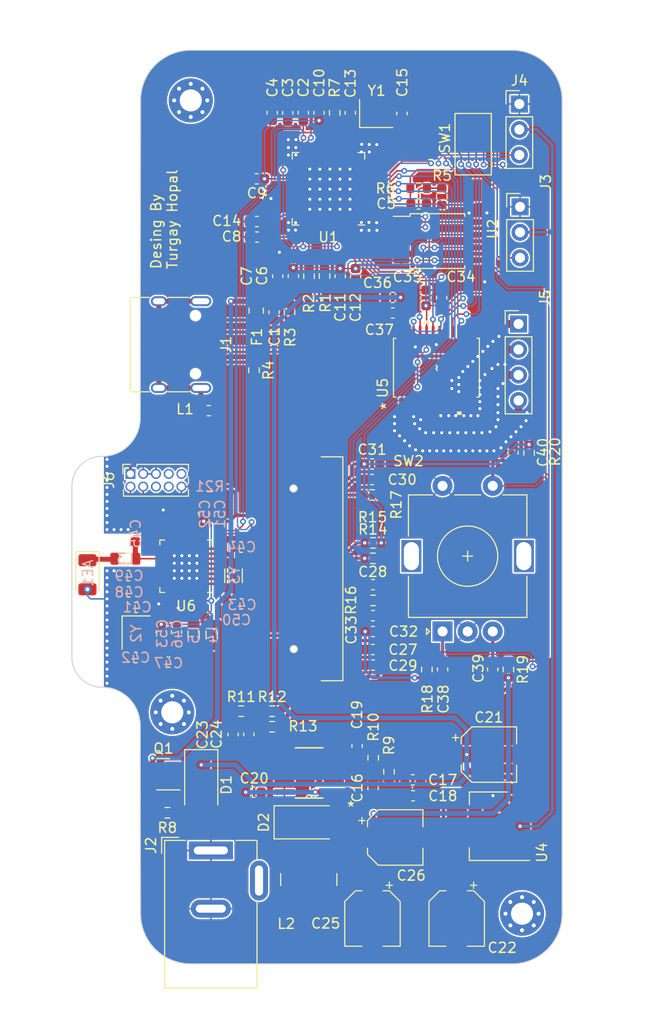
<source format=kicad_pcb>
(kicad_pcb (version 20221018) (generator pcbnew)
  (layers (0 "F.Cu" signal) (31 "B.Cu" signal) (34 "B.Paste" user) (35 "F.Paste" user) (36 "B.SilkS" user "B.Silkscreen") (37 "F.SilkS" user "F.Silkscreen") (38 "B.Mask" user) (39 "F.Mask" user) (44 "Edge.Cuts" user))
  (net 0 "")
  (net 1 "GND")
  (net 2 "Net-(C1-Pad2)")
  (net 3 "+1V1")
  (net 4 "+3V3")
  (net 5 "Net-(C13-Pad1)")
  (net 6 "/RP2040/XIN")
  (net 7 "/Fan Control/VIN")
  (net 8 "Net-(U3-SS)")
  (net 9 "/Power Control/BOOT")
  (net 10 "Net-(U3-BOOT)")
  (net 11 "+5V")
  (net 12 "Net-(U3-COMP)")
  (net 13 "Net-(C23-Pad2)")
  (net 14 "Net-(DS1-C1N)")
  (net 15 "Net-(DS1-C1P)")
  (net 16 "Net-(DS1-~{RES})")
  (net 17 "Net-(DS1-C2P)")
  (net 18 "Net-(DS1-C2N)")
  (net 19 "Net-(DS1-VCOMH)")
  (net 20 "/RP2040/GPIO11")
  (net 21 "/RP2040/GPIO12")
  (net 22 "/RP2040/GPIO10")
  (net 23 "+12V")
  (net 27 "/RP2040/GPIO2")
  (net 28 "/RP2040/GPIO3")
  (net 29 "Net-(DS1-IREF)")
  (net 30 "VBUS")
  (net 31 "Net-(J1-CC1)")
  (net 32 "/RP2040/USB_D+")
  (net 33 "/RP2040/USB_D-")
  (net 35 "Net-(J1-CC2)")
  (net 37 "Net-(J1-SHIELD)")
  (net 38 "/RP2040/GPIO6")
  (net 39 "/Fan Control/ENGINE_B_2")
  (net 40 "/Fan Control/ENGINE_B_1")
  (net 41 "/Fan Control/ENGINE_A_2")
  (net 42 "/Fan Control/ENGINE_A_1")
  (net 43 "/RP2040/USB_DP")
  (net 44 "/RP2040/USB_DM")
  (net 45 "Net-(R5-Pad1)")
  (net 46 "/RP2040/QSPI_SS")
  (net 47 "/RP2040/XOUT")
  (net 48 "Net-(U3-EN)")
  (net 49 "/Power Control/VSENSE")
  (net 50 "/Fan Control/STBY")
  (net 51 "/Fan Control/PWMA")
  (net 52 "/Fan Control/PWMB")
  (net 53 "/Fan Control/AIN1")
  (net 54 "/Fan Control/AIN2")
  (net 55 "/Fan Control/BIN1")
  (net 56 "/Fan Control/BIN2")
  (net 59 "/RP2040/SWCLK")
  (net 60 "/RP2040/SWD")
  (net 74 "/RP2040/QSPI_SD3")
  (net 75 "/RP2040/QSPI_SCLK")
  (net 76 "/RP2040/QSPI_SD0")
  (net 77 "/RP2040/QSPI_SD2")
  (net 78 "/RP2040/QSPI_SD1")
  (net 79 "/RP2040/GPIO13")
  (net 80 "Net-(AE1-FEED)")
  (net 81 "/NRF52811/XC1")
  (net 82 "/NRF52811/XC2")
  (net 83 "/NRF52811/XL1")
  (net 84 "/NRF52811/XL2")
  (net 85 "Net-(U6-ANT)")
  (net 86 "/NRF52811/DEC4")
  (net 87 "Net-(U6-DEC3)")
  (net 88 "Net-(U6-DEC2)")
  (net 89 "Net-(U6-DEC1)")
  (net 90 "/NRF52811/SWDIO")
  (net 91 "/NRF52811/SWDCLK")
  (net 96 "/NRF52811/NRESET")
  (net 97 "Net-(U6-DCC)")
  (net 98 "Net-(L4-Pad2)")
  (net 111 "/NRF52811/P0.06")
  (net 112 "/NRF52811/P0.09")
  (footprint "Capacitor_SMD:C_0603_1608Metric" (layer "F.Cu") (at 143.565 58.1775 -90)
    (fp_text reference "C12")
    (fp_text value "100nF")
  )
  (footprint "MountingHole:MountingHole_2.2mm_M2_Pad_Via" (layer "F.Cu") (at 127.14 40.655)
    (fp_text reference "REF**" hide)
    (fp_text value "MountingHole_2.2mm_M2_Pad_Via")
  )
  (footprint "Connector_PinHeader_2.54mm:PinHeader_1x04_P2.54mm_Vertical" (layer "F.Cu") (at 159.79 62.925)
    (fp_text reference "J5")
    (fp_text value "~")
  )
  (footprint "Capacitor_SMD:C_0603_1608Metric" (layer "F.Cu") (at 131.7 92.4 180)
    (fp_text reference "C50")
    (fp_text value "100nF")
  )
  (footprint "Resistor_SMD:R_0603_1608Metric" (layer "F.Cu") (at 146.8875 107.515 90)
    (fp_text reference "R9")
    (fp_text value "150K")
  )
  (footprint "Capacitor_SMD:C_0603_1608Metric" (layer "F.Cu") (at 147.265 60.275 180)
    (fp_text reference "C36")
    (fp_text value "100nF")
  )
  (footprint "Capacitor_SMD:C_0603_1608Metric" (layer "F.Cu") (at 145.205 76.865)
    (fp_text reference "C31")
    (fp_text value "1uF")
  )
  (footprint "Capacitor_SMD:C_0603_1608Metric" (layer "F.Cu") (at 150.57 60.325 90)
    (fp_text reference "C35")
    (fp_text value "100nF")
  )
  (footprint "Capacitor_SMD:C_0603_1608Metric" (layer "F.Cu") (at 147.26 61.825 180)
    (fp_text reference "C37")
    (fp_text value "10uF")
  )
  (footprint "Capacitor_SMD:C_0603_1608Metric" (layer "F.Cu") (at 120.925 88)
    (fp_text reference "C49")
    (fp_text value "N.C")
  )
  (footprint "Resistor_SMD:R_0603_1608Metric" (layer "F.Cu") (at 145.315 106.13 90)
    (fp_text reference "R10")
    (fp_text value "100K")
  )
  (footprint "Resistor_SMD:R_0603_1608Metric" (layer "F.Cu") (at 150.66 97.335 -90)
    (fp_text reference "R18")
    (fp_text value "10K")
  )
  (footprint "Connector_PinHeader_2.54mm:PinHeader_1x03_P2.54mm_Vertical" (layer "F.Cu") (at 159.94 51.255)
    (fp_text reference "J3")
    (fp_text value "Conn_01x03_Pin")
  )
  (footprint "Capacitor_SMD:C_0603_1608Metric" (layer "F.Cu") (at 133.74 54.265 180)
    (fp_text reference "C8")
    (fp_text value "100nF")
  )
  (footprint "Package_TO_SOT_SMD:SOT-23" (layer "F.Cu") (at 124.3975 107.765 180)
    (fp_text reference "Q1")
    (fp_text value "IRLML5203")
  )
  (footprint "Capacitor_SMD:C_0603_1608Metric" (layer "F.Cu") (at 145.29 93.555)
    (fp_text reference "C32")
    (fp_text value "100nF")
  )
  (footprint "Capacitor_SMD:C_0603_1608Metric" (layer "F.Cu") (at 152.13 60.305 90)
    (fp_text reference "C34")
    (fp_text value "10uF")
  )
  (footprint "Resistor_SMD:R_0603_1608Metric" (layer "F.Cu") (at 152.15 50.235 90)
    (fp_text reference "R5")
    (fp_text value "1K")
  )
  (footprint "Capacitor_SMD:C_0603_1608Metric" (layer "F.Cu") (at 149.2775 109.915)
    (fp_text reference "C18")
    (fp_text value "10nF")
  )
  (footprint "Capacitor_SMD:C_0603_1608Metric" (layer "F.Cu") (at 124.2 93.6 -90)
    (fp_text reference "C53")
    (fp_text value "4.7uF")
  )
  (footprint "Connector_PinHeader_2.54mm:PinHeader_1x03_P2.54mm_Vertical" (layer "F.Cu") (at 159.87 41.015)
    (fp_text reference "J4")
    (fp_text value "Conn_01x03_Pin")
  )
  (footprint "Capacitor_SMD:C_0603_1608Metric" (layer "F.Cu") (at 145.29 88.885)
    (fp_text reference "C28")
    (fp_text value "100nF")
  )
  (footprint "Footprints:D8" (layer "F.Cu") (at 138.9275 107.635 180)
    (fp_text reference "U3" hide)
    (fp_text value "TPS54331DR")
  )
  (footprint "Resistor_SMD:R_0603_1608Metric" (layer "F.Cu") (at 145.3 90.455 180)
    (fp_text reference "R16")
    (fp_text value "4.7K")
  )
  (footprint "Capacitor_SMD:C_0603_1608Metric" (layer "F.Cu") (at 133.3875 109.555 180)
    (fp_text reference "C20")
    (fp_text value "1nF")
  )
  (footprint "Inductor_SMD:L_0603_1608Metric" (layer "F.Cu") (at 128.94 71.555)
    (fp_text reference "L1")
    (fp_text value "220R")
  )
  (footprint "Diode_SMD:D_SMA" (layer "F.Cu") (at 128.1875 108.8275 -90)
    (fp_text reference "D1")
    (fp_text value "D")
  )
  (footprint "Capacitor_SMD:C_0603_1608Metric" (layer "F.Cu") (at 149.84 50.975)
    (fp_text reference "C5")
    (fp_text value "100nF")
  )
  (footprint "RF_Antenna:Johanson_2450AT18x100" (layer "F.Cu") (at 116.85 87.9 -90)
    (fp_text reference "AE1")
    (fp_text value "Antenna_Chip")
  )
  (footprint "Capacitor_SMD:C_0603_1608Metric" (layer "F.Cu") (at 135.44 61.755 -90)
    (fp_text reference "C1")
    (fp_text value "1uF")
  )
  (footprint "Capacitor_SMD:CP_Elec_5x4.4" (layer "F.Cu") (at 156.8375 105.805)
    (fp_text reference "C21")
    (fp_text value "47uF")
  )
  (footprint "Display:OLED-128O064D" (layer "F.Cu") (at 141.14 87.305 90)
    (fp_text reference "DS1" hide)
    (fp_text value "OLED-128O064D")
  )
  (footprint "Rotary_Encoder:RotaryEncoder_Alps_EC11E-Switch_Vertical_H20mm" (layer "F.Cu") (at 152.22 93.545 90)
    (fp_text reference "SW2")
    (fp_text value "RotaryEncoder_Switch")
  )
  (footprint "Capacitor_SMD:C_0603_1608Metric" (layer "F.Cu") (at 135.81 58.17 -90)
    (fp_text reference "C7")
    (fp_text value "100nF")
  )
  (footprint "Capacitor_SMD:C_0603_1608Metric" (layer "F.Cu") (at 121.625 83.825 -90)
    (fp_text reference "C45")
    (fp_text value "0.8pF")
  )
  (footprint "Capacitor_SMD:C_0603_1608Metric" (layer "F.Cu") (at 120.95 89.6)
    (fp_text reference "C48")
    (fp_text value "100pF")
  )
  (footprint "Resistor_SMD:R_0603_1608Metric" (layer "F.Cu") (at 132.1675 101.485)
    (fp_text reference "R11")
    (fp_text value "29.4K")
  )
  (footprint "Resistor_SMD:R_0603_1608Metric" (layer "F.Cu") (at 145.205 79.955 180)
    (fp_text reference "R17")
    (fp_text value "390K")
  )
  (footprint "Capacitor_SMD:C_0603_1608Metric" (layer "F.Cu") (at 145.2 78.415 180)
    (fp_text reference "C30")
    (fp_text value "2.2uF")
  )
  (footprint "Resistor_SMD:R_0603_1608Metric" (layer "F.Cu") (at 158.78 97.335 -90)
    (fp_text reference "R19")
    (fp_text value "10K")
  )
  (footprint "Capacitor_SMD:C_0603_1608Metric" (layer "F.Cu") (at 142.025 58.1725 -90)
    (fp_text reference "C11")
    (fp_text value "100nF")
  )
  (footprint "Capacitor_SMD:CP_Elec_5x4.4" (layer "F.Cu") (at 153.63 122.135 -90)
    (fp_text reference "C22")
    (fp_text value "47uF")
  )
  (footprint "Inductor_SMD:L_0805_2012Metric" (layer "F.Cu") (at 129.225 93.9 -90)
    (fp_text reference "L4")
    (fp_text value "10uH")
  )
  (footprint "Capacitor_SMD:C_0603_1608Metric" (layer "F.Cu") (at 143.7075 104.955 90)
    (fp_text reference "C19")
    (fp_text value "10nF")
  )
  (footprint "MountingHole:MountingHole_2.2mm_M2_Pad_Via" (layer "F.Cu") (at 160.14 121.655)
    (fp_text reference "REF**" hide)
    (fp_text value "MountingHole_2.2mm_M2_Pad_Via")
  )
  (footprint "Inductor_SMD:L_TracoPower_TCK-047_5.2x5.8mm" (layer "F.Cu") (at 138.8975 118.255 -90)
    (fp_text reference "L2")
    (fp_text value "6.8uH")
  )
  (footprint "Resistor_SMD:R_0603_1608Metric" (layer "F.Cu") (at 135.2475 101.485)
    (fp_text reference "R12")
    (fp_text value "10.2K")
  )
  (footprint "Package_DFN_QFN:QFN-56-1EP_7x7mm_P0.4mm_EP5.6x5.6mm" (layer "F.Cu") (at 140.8575 49.4575 180)
    (fp_text reference "U1")
    (fp_text value "RP2040")
  )
  (footprint "Capacitor_SMD:CP_Elec_5x4.4" (layer "F.Cu") (at 145.24 122.135 -90)
    (fp_text reference "C25")
    (fp_text value "47uF")
  )
  (footprint "Capacitor_SMD:C_0603_1608Metric" (layer "F.Cu") (at 149.2525 108.325)
    (fp_text reference "C17")
    (fp_text value "4.7uF")
  )
  (footprint "Inductor_SMD:L_0805_2012Metric" (layer "F.Cu") (at 127.425 93.9 90)
    (fp_text reference "L5")
    (fp_text value "15nH")
  )
  (footprint "Resistor_SMD:R_0603_1608Metric" (layer "F.Cu") (at 160.84 75.755 -90)
    (fp_text reference "R20")
    (fp_text value "10K")
  )
  (footprint "Capacitor_SMD:CP_Elec_5x4.4" (layer "F.Cu") (at 147.5075 114.065)
    (fp_text reference "C26")
    (fp_text value "47uF")
  )
  (footprint "Capacitor_SMD:C_0603_1608Metric" (layer "F.Cu") (at 131.3575 103.81 90)
    (fp_text reference "C23")
    (fp_text value "1nF")
  )
  (footprint "Capacitor_SMD:C_0603_1608Metric" (layer "F.Cu") (at 136.8 41.885 90)
    (fp_text reference "C3")
    (fp_text value "100nF")
  )
  (footprint "Resistor_SMD:R_0603_1608Metric" (layer "F.Cu") (at 136.98 61.76 90)
    (fp_text reference "R3")
    (fp_text value "5.1K")
  )
  (footprint "Package_TO_SOT_SMD:SOT-223-3_TabPin2" (layer "F.Cu") (at 156.7975 112.945 180)
    (fp_text reference "U4")
    (fp_text value "AMS1117-5.0")
  )
  (footprint "Resistor_SMD:R_0603_1608Metric" (layer "F.Cu") (at 124.8175 111.605)
    (fp_text reference "R8")
    (fp_text value "100K")
  )
  (footprint "Capacitor_SMD:C_0603_1608Metric" (layer "F.Cu") (at 133.71 48.465 180)
    (fp_text reference "C9")
    (fp_text value "100nF")
  )
  (footprint "Capacitor_SMD:C_0603_1608Metric" (layer "F.Cu") (at 137.36 58.165 -90)
    (fp_text reference "C6")
    (fp_text value "1uF")
  )
  (footprint "Capacitor_SMD:C_0603_1608Metric" (layer "F.Cu") (at 143.03 41.895 90)
    (fp_text reference "C13")
    (fp_text value "22pF")
  )
  (footprint "Capacitor_SMD:C_0603_1608Metric" (layer "F.Cu") (at 133.73 52.715 180)
    (fp_text reference "C14")
    (fp_text value "100nF")
  )
  (footprint "Resistor_SMD:R_0603_1608Metric" (layer "F.Cu") (at 141.48 41.895 -90)
    (fp_text reference "R7")
    (fp_text value "1K")
  )
  (footprint "Resistor_SMD:R_0603_1608Metric" (layer "F.Cu") (at 149.84 49.395 180)
    (fp_text reference "R6")
    (fp_text value "DNF")
  )
  (footprint "Capacitor_SMD:C_0603_1608Metric" (layer "F.Cu") (at 132.15 85.15)
    (fp_text reference "C44")
    (fp_text value "12pF")
  )
  (footprint "Resistor_SMD:R_0603_1608Metric" (layer "F.Cu") (at 133.44 67.525 -90)
    (fp_text reference "R4")
    (fp_text value "5.1K")
  )
  (footprint "Capacitor_SMD:C_0603_1608Metric" (layer "F.Cu") (at 124.925 96.6)
    (fp_text reference "C47")
    (fp_text value "1uF")
  )
  (footprint "Resistor_SMD:R_0603_1608Metric" (layer "F.Cu") (at 145.29 84.725 180)
    (fp_text reference "R15")
    (fp_text value "4.7K")
  )
  (footprint "Crystal:Crystal_SMD_3215-2Pin_3.2x1.5mm" (layer "F.Cu") (at 131.4 88 -90)
    (fp_text reference "Y3")
    (fp_text value "32.768kHz")
  )
  (footprint "Resistor_SMD:R_0603_1608Metric" (layer "F.Cu") (at 138.92 58.17 90)
    (fp_text reference "R2")
    (fp_text value "47R")
  )
  (footprint "Resistor_SMD:R_0603_1608Metric" (layer "F.Cu") (at 145.285 86.265 180)
    (fp_text reference "R14")
    (fp_text value "4.7K")
  )
  (footprint "Crystal:Crystal_SMD_2520-4Pin_2.5x2.0mm" (layer "F.Cu") (at 145.61 41.955)
    (fp_text reference "Y1")
    (fp_text value "12MHz")
  )
  (footprint "Resistor_SMD:R_0603_1608Metric" (layer "F.Cu") (at 135.2475 103.035 180)
    (fp_text reference "R13")
    (fp_text value "3.24K")
  )
  (footprint "Button_Switch_SMD:SW_SPST_FSMSM" (layer "F.Cu") (at 155.27 45.015 -90)
    (fp_text reference "SW1")
    (fp_text value "BOOT")
  )
  (footprint "Capacitor_SMD:C_0603_1608Metric" (layer "F.Cu") (at 145.3 96.895)
    (fp_text reference "C29")
    (fp_text value "1uF")
  )
  (footprint "Capacitor_SMD:C_0603_1608Metric" (layer "F.Cu") (at 145.2975 109.165 -90)
    (fp_text reference "C16")
    (fp_text value "4.7uF")
  )
  (footprint "Capacitor_SMD:C_0603_1608Metric" (layer "F.Cu") (at 139.92 41.885 90)
    (fp_text reference "C10")
    (fp_text value "100nF")
  )
  (footprint "Connector_PinSocket_1.27mm:PinSocket_2x05_P1.27mm_Vertical" (layer "F.Cu") (at 121.135 77.85 90)
    (fp_text reference "J6")
    (fp_text value "NRF_Debug")
  )
  (footprint "Capacitor_SMD:C_0603_1608Metric" (layer "F.Cu") (at 159.24 75.755 -90)
    (fp_text reference "C40")
    (fp_text value "100nF")
  )
  (footprint "Package_SO:SOIC-8_5.23x5.23mm_P1.27mm" (layer "F.Cu") (at 151.71 54.665)
    (fp_text reference "U2")
    (fp_text value "W25Q128JVS")
  )
  (footprint "Capacitor_SMD:C_0603_1608Metric" (layer "F.Cu") (at 135.25 41.875 90)
    (fp_text reference "C4")
    (fp_text value "1uF")
  )
  (footprint "Package_DFN_QFN:QFN-32-1EP_5x5mm_P0.5mm_EP3.6x3.6mm" (layer "F.Cu") (at 126.675 87.05 180)
    (fp_text reference "U6")
    (fp_text value "nRF52811-QCxx")
  )
  (footprint "Capacitor_SMD:C_0603_1608Metric" (layer "F.Cu") (at 130.025 81.8 90)
    (fp_text reference "C51")
    (fp_text value "100nF")
  )
  (footprint "Capacitor_SMD:C_0603_1608Metric" (layer "F.Cu") (at 145.29 91.975)
    (fp_text reference "C33")
    (fp_text value "2.2uF")
  )
  (footprint "Capacitor_SMD:C_0603_1608Metric" (layer "F.Cu") (at 157.22 97.325 -90)
    (fp_text reference "C39")
    (fp_text value "100nF")
  )
  (footprint "Capacitor_SMD:C_0603_1608Metric" (layer "F.Cu") (at 125.725 93.6 90)
    (fp_text reference "C46")
    (fp_text value "N.C")
  )
  (footprint "Capacitor_SMD:C_0603_1608Metric" (layer "F.Cu") (at 132.2 90.8)
    (fp_text reference "C43")
    (fp_text value "12pF")
  )
  (footprint "Capacitor_SMD:C_0603_1608Metric" (layer "F.Cu") (at 132.9275 103.805 90)
    (fp_text reference "C24")
    (fp_text value "47pF")
  )
  (footprint "Connector_BarrelJack:BarrelJack_Wuerth_6941xx301002" (layer "F.Cu") (at 129.14 115.355)
    (fp_text reference "J2")
    (fp_text value "Barrel_Jack")
  )
  (footprint "Diode_SMD:D_SMA" (layer "F.Cu") (at 138.9475 112.555)
    (fp_text reference "D2")
    (fp_text value "B340")
  )
  (footprint "Capacitor_SMD:C_0603_1608Metric" (layer "F.Cu") (at 145.28 95.345 180)
    (fp_text reference "C27")
    (fp_text value "1uF")
  )
  (footprint "Capacitor_SMD:C_0603_1608Metric" (layer "F.Cu") (at 121.675 96.15 180)
    (fp_text reference "C42")
    (fp_text value "12pF")
  )
  (footprint "Capacitor_SMD:C_0603_1608Metric" (layer "F.Cu") (at 138.35 41.875 90)
    (fp_text reference "C2")
    (fp_text value "100nF")
  )
  (footprint "Capacitor_SMD:C_0603_1608Metric" (layer "F.Cu") (at 121.7 91.15)
    (fp_text reference "C41")
    (fp_text value "12pF")
  )
  (footprint "MountingHole:MountingHole_2.2mm_M2_Pad_Via" (layer "F.Cu") (at 125.3 101.6)
    (fp_text reference "REF**" hide)
    (fp_text value "MountingHole_2.2mm_M2_Pad_Via")
  )
  (footprint "Fuse:Fuse_0805_2012Metric" (layer "F.Cu") (at 133.66 61.595 90)
    (fp_text reference "F1")
    (fp_text value "6V/1.5A")
  )
  (footprint "Resistor_SMD:R_0603_1608Metric" (layer "F.Cu") (at 129.025 79.1 180)
    (fp_text reference "R21")
    (fp_text value "10K")
  )
  (footprint "Capacitor_SMD:C_0603_1608Metric" (layer "F.Cu") (at 152.23 97.325 90)
    (fp_text reference "C38")
    (fp_text value "100nF")
  )
  (footprint "Footprints:TB6612FNG_C_8_EL" (layer "F.Cu") (at 151.609999 67.270001 90)
    (fp_text reference "U5")
    (fp_text value "~")
  )
  (footprint "Crystal:Crystal_SMD_2520-4Pin_2.5x2.0mm" (layer "F.Cu") (at 121.7 93.65 -90)
    (fp_text reference "Y2")
    (fp_text value "Crystal_GND24_Small")
  )
  (footprint "Resistor_SMD:R_0603_1608Metric" (layer "F.Cu") (at 140.47 58.145 90)
    (fp_text reference "R1")
    (fp_text value "47R")
  )
  (footprint "Capacitor_SMD:C_0603_1608Metric" (layer "F.Cu") (at 128.425 81.8 90)
    (fp_text reference "C52")
    (fp_text value "100nF")
  )
  (footprint "Connector_USB:USB_C_Receptacle_HRO_TYPE-C-31-M-12" (layer "F.Cu") (at 125.01 64.975 -90)
    (fp_text reference "J1")
    (fp_text value "USB_C_Receptacle_USB2.0")
  )
  (footprint "Capacitor_SMD:C_0603_1608Metric" (layer "F.Cu") (at 148.18 41.955 -90)
    (fp_text reference "C15")
    (fp_text value "22pF")
  )
  (footprint "Inductor_SMD:L_0805_2012Metric" (layer "F.Cu") (at 120.625 86.3)
    (fp_text reference "L3")
    (fp_text value "3.9nH")
  )
  (gr_line (start 164.14 121.655) (end 164.14 40.655) (stroke (width 0.1)) (layer "Edge.Cuts"))
  (gr_arc (start 118.3 99.1) (mid 116.17868 98.22132) (end 115.3 96.1) (stroke (width 0.1)) (layer "Edge.Cuts"))
  (gr_line (start 127.14 126.655) (end 159.14 126.655) (stroke (width 0.1)) (layer "Edge.Cuts"))
  (gr_line (start 122.1 102.9) (end 122.14 121.655) (stroke (width 0.1)) (layer "Edge.Cuts"))
  (gr_arc (start 164.14 121.655) (mid 162.675534 125.190534) (end 159.14 126.655) (stroke (width 0.1)) (layer "Edge.Cuts"))
  (gr_arc (start 127.14 126.655) (mid 123.604466 125.190534) (end 122.14 121.655) (stroke (width 0.1)) (layer "Edge.Cuts"))
  (gr_circle (center 137.41 95.304445) (end 137.75 95.424445) (stroke (width 0.1)) (fill none) (layer "Edge.Cuts"))
  (gr_arc (start 115.3 79.1) (mid 116.17868 76.97868) (end 118.3 76.1) (stroke (width 0.1)) (layer "Edge.Cuts"))
  (gr_arc (start 122.14 40.655) (mid 123.604466 37.119466) (end 127.14 35.655) (stroke (width 0.1)) (layer "Edge.Cuts"))
  (gr_arc (start 122.1 72.3) (mid 120.987006 74.987006) (end 118.3 76.1) (stroke (width 0.1)) (layer "Edge.Cuts"))
  (gr_arc (start 118.3 99.1) (mid 120.987006 100.212994) (end 122.1 102.9) (stroke (width 0.1)) (layer "Edge.Cuts"))
  (gr_arc (start 159.14 35.655) (mid 162.675534 37.119466) (end 164.14 40.655) (stroke (width 0.1)) (layer "Edge.Cuts"))
  (gr_line (start 115.3 96.1) (end 115.3 79.1) (stroke (width 0.1)) (layer "Edge.Cuts"))
  (gr_circle (center 137.37 79.305) (end 137.71 79.425) (stroke (width 0.1)) (fill none) (layer "Edge.Cuts"))
  (gr_line (start 159.14 35.655) (end 127.14 35.655) (stroke (width 0.1)) (layer "Edge.Cuts"))
  (gr_line (start 122.1 72.3) (end 122.14 40.655) (stroke (width 0.1)) (layer "Edge.Cuts"))
  (gr_text "Desing By\nTurgay Hopal" (at 125.89 57.545 90) (layer "F.SilkS") (effects (font (size 1 1)) (justify left bottom)))
  (segment (start 141.8575 47.3575) (end 142 47.5) (width 0.15) (layer "F.Cu") (net 1))
  (segment (start 125.5 86.75) (end 125.5 86.875) (width 0.15) (layer "F.Cu") (net 1))
  (segment (start 125.425 86.8) (end 125.375 86.75) (width 0.15) (layer "F.Cu") (net 1))
  (segment (start 141.8575 46.02) (end 141.8575 47.3575) (width 0.15) (layer "F.Cu") (net 1))
  (segment (start 127 88.375) (end 126.675 88.05) (width 0.15) (layer "F.Cu") (net 1))
  (segment (start 126.925 88.3) (end 126.875 88.25) (width 0.15) (layer "F.Cu") (net 1))
  (segment (start 125.5 86.875) (end 125.675 87.05) (width 0.15) (layer "F.Cu") (net 1))
  (segment (start 126.925 89.5) (end 126.925 88.3) (width 0.15) (layer "F.Cu") (net 1))
  (segment (start 125.375 86.75) (end 125.5 86.75) (width 0.15) (layer "F.Cu") (net 1))
  (segment (start 126.875 88.25) (end 127 88.25) (width 0.15) (layer "F.Cu") (net 1))
  (segment (start 124.225 86.8) (end 125.425 86.8) (width 0.15) (layer "F.Cu") (net 1))
  (segment (start 127 88.25) (end 127 88.375) (width 0.15) (layer "F.Cu") (net 1))
  (via (at 127.75 88.25) (size 0.6) (drill 0.3) (layers "F.Cu" "B.Cu") (net 1))
  (via (at 127.75 86.75) (size 0.6) (drill 0.3) (layers "F.Cu" "B.Cu") (net 1))
  (via (at 126.25 86) (size 0.6) (drill 0.3) (layers "F.Cu" "B.Cu") (net 1))
  (via (at 156.74 65.155) (size 0.6) (drill 0.3) (layers "F.Cu" "B.Cu") (net 1))
  (via (at 127 86) (size 0.6) (drill 0.3) (layers "F.Cu" "B.Cu") (net 1))
  (via (at 127 88.25) (size 0.6) (drill 0.3) (layers "F.Cu" "B.Cu") (net 1))
  (via (at 118.8 76.4) (size 0.6) (drill 0.3) (layers "F.Cu" "B.Cu") (net 1))
  (via (at 118.8 77.1) (size 0.6) (drill 0.3) (layers "F.Cu" "B.Cu") (net 1))
  (via (at 155.94 68.555) (size 0.6) (drill 0.3) (layers "F.Cu" "B.Cu") (net 1))
  (via (at 141 49.5) (size 0.6) (drill 0.3) (layers "F.Cu" "B.Cu") (net 1))
  (via (at 141 50.5) (size 0.6) (drill 0.3) (layers "F.Cu" "B.Cu") (net 1))
  (via (at 158.54 74.655) (size 0.6) (drill 0.3) (layers "F.Cu" "B.Cu") (net 1))
  (via (at 153.84 68.955) (size 0.6) (drill 0.3) (layers "F.Cu" "B.Cu") (net 1))
  (via (at 118.8 93.8) (size 0.6) (drill 0.3) (layers "F.Cu" "B.Cu") (net 1))
  (via (at 153.74 73.755) (size 0.6) (drill 0.3) (layers "F.Cu" "B.Cu") (net 1))
  (via (at 153.14 69.355) (size 0.6) (drill 0.3) (layers "F.Cu" "B.Cu") (net 1))
  (via (at 147.44 73.555) (size 0.6) (drill 0.3) (layers "F.Cu" "B.Cu") (net 1))
  (via (at 142 48.5) (size 0.6) (drill 0.3) (layers "F.Cu" "B.Cu") (net 1))
  (via (at 157.74 66.955) (size 0.6) (drill 0.3) (layers "F.Cu" "B.Cu") (net 1))
  (via (at 148.44 74.555) (size 0.6) (drill 0.3) (layers "F.Cu" "B.Cu") (net 1))
  (via (at 147.44 72.855) (size 0.6) (drill 0.3) (layers "F.Cu" "B.Cu") (net 1))
  (via (at 153.54 72.055) (size 0.6) (drill 0.3) (layers "F.Cu" "B.Cu") (net 1))
  (via (at 144.14 45.785) (size 0.6) (drill 0.3) (layers "F.Cu" "B.Cu") (net 1))
  (via (at 157.24 64.655) (size 0.6) (drill 0.3) (layers "F.Cu" "B.Cu") (net 1))
  (via (at 157.24 109.895) (size 0.6) (drill 0.3) (layers "F.Cu" "B.Cu") (net 1))
  (via (at 149.94 73.355) (size 0.6) (drill 0.3) (layers "F.Cu" "B.Cu") (net 1))
  (via (at 144.93 45.795) (size 0.6) (drill 0.3) (layers "F.Cu" "B.Cu") (net 1))
  (via (at 143 47.5) (size 0.6) (drill 0.3) (layers "F.Cu" "B.Cu") (net 1))
  (via (at 145.67 45.055) (size 0.6) (drill 0.3) (layers "F.Cu" "B.Cu") (net 1))
  (via (at 153.84 75.555) (size 0.6) (drill 0.3) (layers "F.Cu" "B.Cu") (net 1))
  (via (at 152.94 73.755) (size 0.6) (drill 0.3) (layers "F.Cu" "B.Cu") (net 1))
  (via (at 157.74 70.155) (size 0.6) (drill 0.3) (layers "F.Cu" "B.Cu") (net 1))
  (via (at 154.86 51.875) (size 0.6) (drill 0.3) (layers "F.Cu" "B.Cu") (net 1))
  (via (at 141 48.5) (size 0.6) (drill 0.3) (layers "F.Cu" "B.Cu") (net 1))
  (via (at 160.54 72.555) (size 0.6) (drill 0.3) (layers "F.Cu" "B.Cu") (net 1))
  (via (at 137.62 44.565) (size 0.6) (drill 0.3) (layers "F.Cu" "B.Cu") (net 1))
  (via (at 118.8 87.5) (size 0.6) (drill 0.3) (layers "F.Cu" "B.Cu") (net 1))
  (via (at 125.5 88.25) (size 0.6) (drill 0.3) (layers "F.Cu" "B.Cu") (net 1))
  (via (at 152.34 75.555) (size 0.6) (drill 0.3) (layers "F.Cu" "B.Cu") (net 1))
  (via (at 150.04 72.455) (size 0.6) (drill 0.3) (layers "F.Cu" "B.Cu") (net 1))
  (via (at 118.8 95.2) (size 0.6) (drill 0.3) (layers "F.Cu" "B.Cu") (net 1))
  (via (at 160.04 73.155) (size 0.6) (drill 0.3) (layers "F.Cu" "B.Cu") (net 1))
  (via (at 145.68 53.595) (size 0.6) (drill 0.3) (layers "F.Cu" "B.Cu") (net 1))
  (via (at 118.8 97.3) (size 0.6) (drill 0.3) (layers "F.Cu" "B.Cu") (net 1))
  (via (at 118.8 88.2) (size 0.6) (drill 0.3) (layers "F.Cu" "B.Cu") (net 1))
  (via (at 139 48.5) (size 0.6) (drill 0.3) (layers "F.Cu" "B.Cu") (net 1))
  (via (at 150.24 75.555) (size 0.6) (drill 0.3) (layers "F.Cu" "B.Cu") (net 1))
  (via (at 141 47.5) (size 0.6) (drill 0.3) (layers "F.Cu" "B.Cu") (net 1))
  (via (at 153.84 69.655) (size 0.6) (drill 0.3) (layers "F.Cu" "B.Cu") (net 1))
  (via (at 127.75 87.5) (size 0.6) (drill 0.3) (layers "F.Cu" "B.Cu") (net 1))
  (via (at 136.88 52.825) (size 0.6) (drill 0.3) (layers "F.Cu" "B.Cu") (net 1))
  (via (at 118.8 77.8) (size 0.6) (drill 0.3) (layers "F.Cu" "B.Cu") (net 1))
  (via (at 155.94 69.255) (size 0.6) (drill 0.3) (layers "F.Cu" "B.Cu") (net 1))
  (via (at 160.64 71.755) (size 0.6) (drill 0.3) (layers "F.Cu" "B.Cu") (net 1))
  (via (at 137.58 53.575) (size 0.6) (drill 0.3) (layers "F.Cu" "B.Cu") (net 1))
  (via (at 118.8 91.7) (size 0.6) (drill 0.3) (layers "F.Cu" "B.Cu") (net 1))
  (via (at 155.24 66.655) (size 0.6) (drill 0.3) (layers "F.Cu" "B.Cu") (net 1))
  (via (at 118.8 78.5) (size 0.6) (drill 0.3) (layers "F.Cu" "B.Cu") (net 1))
  (via (at 154.34 72.055) (size 0.6) (drill 0.3) (layers "F.Cu" "B.Cu") (net 1))
  (via (at 140 49.5) (size 0.6) (drill 0.3) (layers "F.Cu" "B.Cu") (net 1))
  (via (at 148.94 75.055) (size 0.6) (drill 0.3) (layers "F.Cu" "B.Cu") (net 1))
  (via (at 116.85 89.35) (size 0.8) (drill 0.4) (layers "F.Cu" "B.Cu") (net 1))
  (via (at 124.4 81.45) (size 0.6) (drill 0.3) (layers "F.Cu" "B.Cu") (net 1))
  (via (at 155.94 75.555) (size 0.6) (drill 0.3) (layers "F.Cu" "B.Cu") (net 1))
  (via (at 151.34 73.755) (size 0.6) (drill 0.3) (layers "F.Cu" "B.Cu") (net 1))
  (via (at 118.8 88.9) (size 0.6) (drill 0.3) (layers "F.Cu" "B.Cu") (net 1))
  (via (at 118.8 90.3) (size 0.6) (drill 0.3) (layers "F.Cu" "B.Cu") (net 1))
  (via (at 157.74 70.955) (size 0.6) (drill 0.3) (layers "F.Cu" "B.Cu") (net 1))
  (via (at 144.17 45.025) (size 0.6) (drill 0.3) (layers "F.Cu" "B.Cu") (net 1))
  (via (at 118.8 83.4) (size 0.6) (drill 0.3) (layers "F.Cu" "B.Cu") (net 1))
  (via (at 118.8 80.6) (size 0.6) (drill 0.3) (layers "F.Cu" "B.Cu") (net 1))
  (via (at 154.24 67.655) (size 0.6) (drill 0.3) (layers "F.Cu" "B.Cu") (net 1))
  (via (at 144.14 52.815) (size 0.6) (drill 0.3) (layers "F.Cu" "B.Cu") (net 1))
  (via (at 143 51.5) (size 0.6) (drill 0.3) (layers "F.Cu" "B.Cu") (net 1))
  (via (at 155.94 70.655) (size 0.6) (drill 0.3) (layers "F.Cu" "B.Cu") (net 1))
  (via (at 125.89 91.21) (size 0.6) (drill 0.3) (layers "F.Cu" "B.Cu") (net 1))
  (via (at 158.24 68.855) (size 0.6) (drill 0.3) (layers "F.Cu" "B.Cu") (net 1))
  (via (at 158.04 75.255) (size 0.6) (drill 0.3) (layers "F.Cu" "B.Cu") (net 1))
  (via (at 157.14 67.355) (size 0.6) (drill 0.3) (layers "F.Cu" "B.Cu") (net 1))
  (via (at 120.2 83.4) (size 0.6) (drill 0.3) (layers "F.Cu" "B.Cu") (net 1))
  (via (at 135.13 50.425) (size 0.6) (drill 0.3) (layers "F.Cu" "B.Cu") (net 1))
  (via (at 118.8 82.7) (size 0.6) (drill 0.3) (layers "F.Cu" "B.Cu") (net 1))
  (via (at 139 47.5) (size 0.6) (drill 0.3) (layers "F.Cu" "B.Cu") (net 1))
  (via (at 154.54 75.555) (size 0.6) (drill 0.3) (layers "F.Cu" "B.Cu") (net 1))
  (via (at 135.97 55.785) (size 0.6) (drill 0.3) (layers "F.Cu" "B.Cu") (net 1))
  (via (at 144.9 53.595) (size 0.6) (drill 0.3) (layers "F.Cu" "B.Cu") (net 1))
  (via (at 142 51.5) (size 0.6) (drill 0.3) (layers "F.Cu" "B.Cu") (net 1))
  (via (at 144.92 45.045) (size 0.6) (drill 0.3) (layers "F.Cu" "B.Cu") (net 1))
  (via (at 137.61 45.355) (size 0.6) (drill 0.3) (layers "F.Cu" "B.Cu") (net 1))
  (via (at 143 49.5) (size 0.6) (drill 0.3) (layers "F.Cu" "B.Cu") (net 1))
  (via (at 151.64 75.555) (size 0.6) (drill 0.3) (layers "F.Cu" "B.Cu") (net 1))
  (via (at 150.54 73.755) (size 0.6) (drill 0.3) (layers "F.Cu" "B.Cu") (net 1))
  (via (at 155.74 72.055) (size 0.6) (drill 0.3) (layers "F.Cu" "B.Cu") (net 1))
  (via (at 154.74 67.155) (size 0.6) (drill 0.3) (layers "F.Cu" "B.Cu") (net 1))
  (via (at 118.8 79.9) (size 0.6) (drill 0.3) (layers "F.Cu" "B.Cu") (net 1))
  (via (at 118.8 82) (size 0.6) (drill 0.3) (layers "F.Cu" "B.Cu") (net 1))
  (via (at 140 47.5) (size 0.6) (drill 0.3) (layers "F.Cu" "B.Cu") (net 1))
  (via (at 125.5 86.75) (size 0.6) (drill 0.3) (layers "F.Cu" "B.Cu") (net 1))
  (via (at 149.34 72.155) (size 0.6) (drill 0.3) (layers "F.Cu" "B.Cu") (net 1))
  (via (at 123.95 90.8) (size 0.6) (drill 0.3) (layers "F.Cu" "B.Cu") (net 1))
  (via (at 119.5 83.4) (size 0.6) (drill 0.3) (layers "F.Cu" "B.Cu") (net 1))
  (via (at 136.87 46.095) (size 0.6) (drill 0.3) (layers "F.Cu" "B.Cu") (net 1))
  (via (at 151.6 64.975) (size 0.6) (drill 0.3) (layers "F.Cu" "B.Cu") (net 1))
  (via (at 151.44 57.345) (size 0.6) (drill 0.3) (layers "F.Cu" "B.Cu") (net 1))
  (via (at 157.84 64.155) (size 0.6) (drill 0.3) (layers "F.Cu" "B.Cu") (net 1))
  (via (at 118.8 98.7) (size 0.6) (drill 0.3) (layers "F.Cu" "B.Cu") (net 1))
  (via (at 144.14 53.595) (size 0.6) (drill 0.3) (layers "F.Cu" "B.Cu") (net 1))
  (via (at 155.94 69.955) (size 0.6) (drill 0.3) (layers "F.Cu" "B.Cu") (net 1))
  (via (at 149.51 65.205) (size 0.6) (drill 0.3) (layers "F.Cu" "B.Cu") (net 1))
  (via (at 142 49.5) (size 0.6) (drill 0.3) (layers "F.Cu" "B.Cu") (net 1))
  (via (at 157.74 71.755) (size 0.6) (drill 0.3) (layers "F.Cu" "B.Cu") (net 1))
  (via (at 157.54 73.155) (size 0.6) (drill 0.3) (layers "F.Cu" "B.Cu") (net 1))
  (via (at 152.14 73.755) (size 0.6) (drill 0.3) (layers "F.Cu" "B.Cu") (net 1))
  (via (at 156.64 51.855) (size 0.6) (drill 0.3) (layers "F.Cu" "B.Cu") (net 1))
  (via (at 156.14 73.755) (size 0.6) (drill 0.3) (layers "F.Cu" "B.Cu") (net 1))
  (via (at 158.44 66.955) (size 0.6) (drill 0.3) (layers "F.Cu" "B.Cu") (net 1))
  (via (at 157.34 75.555) (size 0.6) (drill 0.3) (layers "F.Cu" "B.Cu") (net 1))
  (via (at 118.8 96.6) (size 0.6) (drill 0.3) (layers "F.Cu" "B.Cu") (net 1))
  (via (at 139 51.5) (size 0.6) (drill 0.3) (layers "F.Cu" "B.Cu") (net 1))
  (via (at 152.04 72.055) (size 0.6) (drill 0.3) (layers "F.Cu" "B.Cu") (net 1))
  (via (at 145.66 52.835) (size 0.6) (drill 0.3) (layers "F.Cu" "B.Cu") (net 1))
  (via (at 118.8 79.2) (size 0.6) (drill 0.3) (layers "F.Cu" "B.Cu") (net 1))
  (via (at 147.44 72.155) (size 0.6) (drill 0.3) (layers "F.Cu" "B.Cu") (net 1))
  (via (at 159.04 74.155) (size 0.6) (drill 0.3) (layers "F.Cu" "B.Cu") (net 1))
  (via (at 140 50.5) (size 0.6) (drill 0.3) (layers "F.Cu" "B.Cu") (net 1))
  (via (at 149.54 75.455) (size 0.6) (drill 0.3) (layers "F.Cu" "B.Cu") (net 1))
  (via (at 126.25 87.5) (size 0.6) (drill 0.3) (layers "F.Cu" "B.Cu") (net 1))
  (via (at 127 87.5) (size 0.6) (drill 0.3) (layers "F.Cu" "B.Cu") (net 1))
  (via (at 156.94 73.655) (size 0.6) (drill 0.3) (layers "F.Cu" "B.Cu") (net 1))
  (via (at 149.44 72.855) (size 0.6) (drill 0.3) (layers "F.Cu" "B.Cu") (net 1))
  (via (at 118.8 91) (size 0.6) (drill 0.3) (layers "F.Cu" "B.Cu") (net 1))
  (via (at 142 50.5) (size 0.6) (drill 0.3) (layers "F.Cu" "B.Cu") (net 1))
  (via (at 143 48.5) (size 0.6) (drill 0.3) (layers "F.Cu" "B.Cu") (net 1))
  (via (at 139 50.5) (size 0.6) (drill 0.3) (layers "F.Cu" "B.Cu") (net 1))
  (via (at 147.94 74.055) (size 0.6) (drill 0.3) (layers "F.Cu" "B.Cu") (net 1))
  (via (at 126.25 86.75) (size 0.6) (drill 0.3) (layers "F.Cu" "B.Cu") (net 1))
  (via (at 118.8 98) (size 0.6) (drill 0.3) (layers "F.Cu" "B.Cu") (net 1))
  (via (at 156.24 65.655) (size 0.6) (drill 0.3) (layers "F.Cu" "B.Cu") (net 1))
  (via (at 126.25 88.25) (size 0.6) (drill 0.3) (layers "F.Cu" "B.Cu") (net 1))
  (via (at 119.5 87.5) (size 0.6) (drill 0.3) (layers "F.Cu" "B.Cu") (net 1))
  (via (at 155.34 73.755) (size 0.6) (drill 0.3) (layers "F.Cu" "B.Cu") (net 1))
  (via (at 118.8 92.4) (size 0.6) (drill 0.3) (layers "F.Cu" "B.Cu") (net 1))
  (via (at 118.8 93.1) (size 0.6) (drill 0.3) (layers "F.Cu" "B.Cu") (net 1))
  (via (at 141 51.5) (size 0.6) (drill 0.3) (layers "F.Cu" "B.Cu") (net 1))
  (via (at 125.5 87.5) (size 0.6) (drill 0.3) (layers "F.Cu" "B.Cu") (net 1))
  (via (at 155.74 66.155) (size 0.6) (drill 0.3) (layers "F.Cu" "B.Cu") (net 1))
  (via (at 120.9 83.4) (size 0.6) (drill 0.3) (layers "F.Cu" "B.Cu") (net 1))
  (via (at 127.75 86) (size 0.6) (drill 0.3) (layers "F.Cu" "B.Cu") (net 1))
  (via (at 136.88 53.575) (size 0.6) (drill 0.3) (layers "F.Cu" "B.Cu") (net 1))
  (via (at 156.42 58.725) (size 0.6) (drill 0.3) (layers "F.Cu" "B.Cu") (net 1))
  (via (at 137.59 52.835) (size 0.6) (drill 0.3) (layers "F.Cu" "B.Cu") (net 1))
  (via (at 144.89 52.805) (size 0.6) (drill 0.3) (layers "F.Cu" "B.Cu") (net 1))
  (via (at 156.44 67.955) (size 0.6) (drill 0.3) (layers "F.Cu" "B.Cu") (net 1))
  (via (at 150.94 75.555) (size 0.6) (drill 0.3) (layers "F.Cu" "B.Cu") (net 1))
  (via (at 142 47.5) (size 0.6) (drill 0.3) (layers "F.Cu" "B.Cu") (net 1))
  (via (at 136.86 45.355) (size 0.6) (drill 0.3) (layers "F.Cu" "B.Cu") (net 1))
  (via (at 127 86.75) (size 0.6) (drill 0.3) (layers "F.Cu" "B.Cu") (net 1))
  (via (at 137.61 46.085) (size 0.6) (drill 0.3) (layers "F.Cu" "B.Cu") (net 1))
  (via (at 155.94 71.355) (size 0.6) (drill 0.3) (layers "F.Cu" "B.Cu") (net 1))
  (via (at 118.8 94.5) (size 0.6) (drill 0.3) (layers "F.Cu" "B.Cu") (net 1))
  (via (at 125.5 86) (size 0.6) (drill 0.3) (layers "F.Cu" "B.Cu") (net 1))
  (via (at 155.24 75.555) (size 0.6) (drill 0.3) (layers "F.Cu" "B.Cu") (net 1))
  (via (at 159.54 73.655) (size 0.6) (drill 0.3) (layers "F.Cu" "B.Cu") (net 1))
  (via (at 152.84 72.055) (size 0.6) (drill 0.3) (layers "F.Cu" "B.Cu") (net 1))
  (via (at 140 51.5) (size 0.6) (drill 0.3) (layers "F.Cu" "B.Cu") (net 1))
  (via (at 143 50.5) (size 0.6) (drill 0.3) (layers "F.Cu" "B.Cu") (net 1))
  (via (at 118.8 95.9) (size 0.6) (drill 0.3) (layers "F.Cu" "B.Cu") (net 1))
  (via (at 136.86 44.565) (size 0.6) (drill 0.3) (layers "F.Cu" "B.Cu") (net 1))
  (via (at 157.74 72.455) (size 0.6) (drill 0.3) (layers "F.Cu" "B.Cu") (net 1))
  (via (at 154.54 73.755) (size 0.6) (drill 0.3) (layers "F.Cu" "B.Cu") (net 1))
  (via (at 156.64 75.555) (size 0.6) (drill 0.3) (layers "F.Cu" "B.Cu") (net 1))
  (via (at 139 49.5) (size 0.6) (drill 0.3) (layers "F.Cu" "B.Cu") (net 1))
  (via (at 153.14 68.555) (size 0.6) (drill 0.3) (layers "F.Cu" "B.Cu") (net 1))
  (via (at 155.04 72.055) (size 0.6) (drill 0.3) (layers "F.Cu" "B.Cu") (net 1))
  (via (at 153.04 75.555) (size 0.6) (drill 0.3) (layers "F.Cu" "B.Cu") (net 1))
  (via (at 157.74 69.355) (size 0.6) (drill 0.3) (layers "F.Cu" "B.Cu") (net 1))
  (via (at 118.8 89.6) (size 0.6) (drill 0.3) (layers "F.Cu" "B.Cu") (net 1))
  (via (at 140 48.5) (size 0.6) (drill 0.3) (layers "F.Cu" "B.Cu") (net 1))
  (via (at 118.8 81.3) (size 0.6) (drill 0.3) (layers "F.Cu" "B.Cu") (net 1))
  (via (at 153.84 68.255) (size 0.6) (drill 0.3) (layers "F.Cu" "B.Cu") (net 1))
  (segment (start 116.85 90) (end 117.15 90.3) (width 0.15) (layer "B.Cu") (net 1))
  (segment (start 116.85 89.35) (end 116.85 90) (width 0.15) (layer "B.Cu") (net 1))
  (segment (start 117.15 90.3) (end 118.8 90.3) (width 0.15) (layer "B.Cu") (net 1))
  (segment (start 133.66 62.5325) (end 135.4375 62.5325) (width 0.3) (layer "F.Cu") (net 2))
  (segment (start 129.055 62.525) (end 133.6525 62.525) (width 0.3) (layer "F.Cu") (net 2))
  (segment (start 127.34 66.569695) (end 127.34 63.380305) (width 0.3) (layer "F.Cu") (net 2))
  (segment (start 133.6525 62.525) (end 133.66 62.5325) (width 0.3) (layer "F.Cu") (net 2))
  (segment (start 128.195305 62.525) (end 129.055 62.525) (width 0.3) (layer "F.Cu") (net 2))
  (segment (start 127.34 63.380305) (end 128.195305 62.525) (width 0.3) (layer "F.Cu") (net 2))
  (segment (start 135.4375 62.5325) (end 135.44 62.53) (width 0.3) (layer "F.Cu") (net 2))
  (segment (start 129.055 67.425) (end 128.195305 67.425) (width 0.3) (layer "F.Cu") (net 2))
  (segment (start 128.195305 67.425) (end 127.34 66.569695) (width 0.3) (layer "F.Cu") (net 2))
  (segment (start 139.0575 53.9375) (end 139.0575 54.041764) (width 0.15) (layer "F.Cu") (net 3))
  (segment (start 136.8 42.66) (end 136.81 42.65) (width 0.15) (layer "F.Cu") (net 3))
  (segment (start 136.35 47.6) (end 136.3 47.55) (width 0.15) (layer "F.Cu") (net 3))
  (segment (start 140.2575 46.02) (end 140.2575 44.2725) (width 0.15) (layer "F.Cu") (net 3))
  (segment (start 141.0575 52.895) (end 141.0575 54.118236) (width 0.15) (layer "F.Cu") (net 3))
  (segment (start 140.2575 44.2725) (end 139.84 43.855) (width 0.15) (layer "F.Cu") (net 3))
  (segment (start 138.78 43.855) (end 138.49 43.855) (width 0.15) (layer "F.Cu") (net 3))
  (segment (start 139.84 43.855) (end 138.78 43.855) (width 0.15) (layer "F.Cu") (net 3))
  (segment (start 136.81 42.65) (end 138.35 42.65) (width 0.15) (layer "F.Cu") (net 3))
  (segment (start 138.35 43.715) (end 138.35 43.725) (width 0.15) (layer "F.Cu") (net 3))
  (segment (start 138.35 43.725) (end 138.22 43.855) (width 0.15) (layer "F.Cu") (net 3))
  (segment (start 141.7045 54.765236) (end 141.7045 55.205) (width 0.15) (layer "F.Cu") (net 3))
  (segment (start 136.3 44.015) (end 136.46 43.855) (width 0.15) (layer "F.Cu") (net 3))
  (segment (start 138.35 43.715) (end 138.35 42.65) (width 0.15) (layer "F.Cu") (net 3))
  (segment (start 136.79 42.65) (end 136.8 42.66) (width 0.15) (layer "F.Cu") (net 3))
  (segment (start 135.25 42.65) (end 136.79 42.65) (width 0.15) (layer "F.Cu") (net 3))
  (segment (start 138.78 43.855) (end 138.22 43.855) (width 0.15) (layer "F.Cu") (net 3))
  (segment (start 139.0575 52.895) (end 139.0575 53.9375) (width 0.15) (layer "F.Cu") (net 3))
  (segment (start 138.49 43.855) (end 138.35 43.715) (width 0.15) (layer "F.Cu") (net 3))
  (segment (start 139.0575 54.041764) (end 138.33 54.769264) (width 0.15) (layer "F.Cu") (net 3))
  (segment (start 138.33 54.769264) (end 138.33 55.215) (width 0.15) (layer "F.Cu") (net 3))
  (segment (start 136.3 47.55) (end 136.3 44.015) (width 0.15) (layer "F.Cu") (net 3))
  (segment (start 141.0575 54.118236) (end 141.7045 54.765236) (width 0.15) (layer "F.Cu") (net 3))
  (segment (start 136.46 43.855) (end 138.22 43.855) (width 0.15) (layer "F.Cu") (net 3))
  (via (at 136.35 47.6) (size 0.6) (drill 0.3) (layers "F.Cu" "B.Cu") (net 3))
  (via (at 141.7045 55.205) (size 0.6) (drill 0.3) (layers "F.Cu" "B.Cu") (net 3))
  (via (at 138.33 55.215) (size 0.6) (drill 0.3) (layers "F.Cu" "B.Cu") (net 3))
  (segment (start 136.35 47.6) (end 136.35 54.365) (width 0.15) (layer "B.Cu") (net 3))
  (segment (start 136.35 54.365) (end 137.2 55.215) (width 0.15) (layer "B.Cu") (net 3))
  (segment (start 138.34 55.205) (end 138.33 55.215) (width 0.15) (layer "B.Cu") (net 3))
  (segment (start 137.2 55.215) (end 138.33 55.215) (width 0.15) (layer "B.Cu") (net 3))
  (segment (start 141.7045 55.205) (end 138.34 55.205) (width 0.15) (layer "B.Cu") (net 3))
  (segment (start 140.6575 54.1425) (end 141.18 54.665) (width 0.15) (layer "F.Cu") (net 4))
  (segment (start 140.6575 46.02) (end 140.6575 44.248236) (width 0.15) (layer "F.Cu") (net 4))
  (segment (start 158.78 99.015) (end 158.24 99.555) (width 0.3) (layer "F.Cu") (net 4))
  (segment (start 146.11 86.265) (end 146.11 84.73) (width 0.3) (layer "F.Cu") (net 4))
  (segment (start 145.7175 52.0575) (end 146.8 50.975) (width 0.15) (layer "F.Cu") (net 4))
  (segment (start 143.56 57.3975) (end 143.565 57.4025) (width 0.15) (layer "F.Cu") (net 4))
  (segment (start 135.815 57.39) (end 135.81 57.395) (width 0.15) (layer "F.Cu") (net 4))
  (segment (start 141.14 90.455) (end 139.24 90.455) (width 0.3) (layer "F.Cu") (net 4))
  (segment (start 144.295 52.0575) (end 145.7175 52.0575) (width 0.15) (layer "F.Cu") (net 4))
  (segment (start 134.4225 93.6) (end 134.4225 82.6225) (width 0.3) (layer "F.Cu") (net 4))
  (segment (start 152.745 61.08) (end 153.964976 59.860024) (width 0.15) (layer "F.Cu") (net 4))
  (segment (start 121.135 77.85) (end 121.135 76.665) (width 0.3) (layer "F.Cu") (net 4))
  (segment (start 134.4225 82.6225) (end 133.8 82) (width 0.3) (layer "F.Cu") (net 4))
  (segment (start 150.57 61.1) (end 150.59 61.08) (width 0.15) (layer "F.Cu") (net 4))
  (segment (start 144.515 91.975) (end 144.515 93.555) (width 0.3) (layer "F.Cu") (net 4))
  (segment (start 146.95 86.265) (end 146.11 86.265) (width 0.3) (layer "F.Cu") (net 4))
  (segment (start 146.11 84.73) (end 146.115 84.725) (width 0.3) (layer "F.Cu") (net 4))
  (segment (start 136.3375 52.0575) (end 135.68 52.715) (width 0.15) (layer "F.Cu") (net 4))
  (segment (start 156.655 52.76) (end 155.31 52.76) (width 0.15) (layer "F.Cu") (net 4))
  (segment (start 143.14 93.955) (end 143.54 93.555) (width 0.3) (layer "F.Cu") (net 4))
  (segment (start 152.66 45.795) (end 147.817056 45.795) (width 0.15) (layer "F.Cu") (net 4))
  (segment (start 150.635 63.695002) (end 150.635 61.165) (width 0.15) (layer "F.Cu") (net 4))
  (segment (start 137.42 52.0575) (end 136.3375 52.0575) (width 0.15) (layer "F.Cu") (net 4))
  (segment (start 158.24 99.555) (end 150.94 99.555) (width 0.3) (layer "F.Cu") (net 4))
  (segment (start 147.817056 45.795) (end 145.154556 48.4575) (width 0.15) (layer "F.Cu") (net 4))
  (segment (start 138.6575 52.895) (end 138.6575 54.0175) (width 0.15) (layer "F.Cu") (net 4))
  (segment (start 141.14 93.955) (end 143.14 93.955) (width 0.3) (layer "F.Cu") (net 4))
  (segment (start 146.84 90.455) (end 147.24 90.055) (width 0.3) (layer "F.Cu") (net 4))
  (segment (start 121.135 76.665) (end 121.6 76.2) (width 0.3) (layer "F.Cu") (net 4))
  (segment (start 121.6 76.2) (end 129 76.2) (width 0.3) (layer "F.Cu") (net 4))
  (segment (start 140.84 54.790736) (end 140.84 56.165) (width 0.15) (layer "F.Cu") (net 4))
  (segment (start 138.6575 54.0175) (end 137.36 55.315) (width 0.15) (layer "F.Cu") (net 4))
  (segment (start 139.24 90.455) (end 138.74 90.955) (width 0.3) (layer "F.Cu") (net 4))
  (segment (start 149.73 69.185) (end 149.73 66.7245) (width 0.15) (layer "F.Cu") (net 4))
  (segment (start 138.74 93.655) (end 139.04 93.955) (width 0.3) (layer "F.Cu") (net 4))
  (segment (start 141.14 91.855) (end 144.395 91.855) (width 0.3) (layer "F.Cu") (net 4))
  (segment (start 139.04 93.955) (end 141.14 93.955) (width 0.3) (layer "F.Cu") (net 4))
  (segment (start 135.68 52.715) (end 134.505 52.715) (width 0.15) (layer "F.Cu") (net 4))
  (segment (start 142.025 57.3975) (end 143.56 57.3975) (width 0.15) (layer "F.Cu") (net 4))
  (segment (start 140.2575 52.895) (end 140.2575 54.208236) (width 0.15) (layer "F.Cu") (net 4))
  (segment (start 158.78 98.16) (end 158.78 99.015) (width 0.3) (layer "F.Cu") (net 4))
  (segment (start 137.36 57.39) (end 137.36 57.305) (width 0.15) (layer "F.Cu") (net 4))
  (segment (start 142.603604 78.555) (end 143.14 78.018604) (width 0.3) (layer "F.Cu") (net 4))
  (segment (start 142.02 57.3925) (end 142.025 57.3975) (width 0.15) (layer "F.Cu") (net 4))
  (segment (start 131.6 79.8) (end 131.6 81.7) (width 0.3) (layer "F.Cu") (net 4))
  (segment (start 137.36 55.315) (end 137.36 57.305) (width 0.15) (layer "F.Cu") (net 4))
  (segment (start 134.7 93.8775) (end 134.4225 93.6) (width 0.3) (layer "F.Cu") (net 4))
  (segment (start 150.635 65.47) (end 150.61 65.495) (width 0.15) (layer "F.Cu") (net 4))
  (segment (start 145.24 91.855) (end 145.24 90.655) (width 0.3) (layer "F.Cu") (net 4))
  (segment (start 134.7 93.955) (end 134.7 93.8775) (width 0.3) (layer "F.Cu") (net 4))
  (segment (start 153.319228 46.454228) (end 152.66 45.795) (width 0.15) (layer "F.Cu") (net 4))
  (segment (start 129.186158 90.491906) (end 128.591906 90.491906) (width 0.15) (layer "F.Cu") (net 4))
  (segment (start 131.9 82) (end 131.6 82) (width 0.3) (layer "F.Cu") (net 4))
  (segment (start 141.18 54.665) (end 141.18 55.965) (width 0.15) (layer "F.Cu") (net 4))
  (segment (start 134.8125 48.4575) (end 134.805 48.465) (width 0.15) (layer "F.Cu") (net 4))
  (segment (start 124.2 92.825) (end 124.2 91.5) (width 0.15) (layer "F.Cu") (net 4))
  (segment (start 128.425 90.325) (end 128.425 89.5) (width 0.15) (layer "F.Cu") (net 4))
  (segment (start 138.74 93.955) (end 139.04 93.955) (width 0.3) (layer "F.Cu") (net 4))
  (segment (start 155.31 52.76) (end 149.805 52.76) (width 0.15) (layer "F.Cu") (net 4))
  (segment (start 142.02 56.765) (end 142.02 57.3925) (width 0.15) (layer "F.Cu") (net 4))
  (segment (start 149.015 49.395) (end 149.015 48.24) (width 0.15) (layer "F.Cu") (net 4))
  (segment (start 150.66 98.16) (end 149.445 98.16) (width 0.3) (layer "F.Cu") (net 4))
  (segment (start 124.2 91.5) (end 124.925 90.775) (width 0.15) (layer "F.Cu") (net 4))
  (segment (start 134.4225 94.7725) (end 134.4225 93.6) (width 0.3) (layer "F.Cu") (net 4))
  (segment (start 134.8675 93.955) (end 134.4225 94.4) (width 0.3) (layer "F.Cu") (net 4))
  (segment (start 141.14 78.555) (end 142.603604 78.555) (width 0.3) (layer "F.Cu") (net 4))
  (segment (start 145.3075 111.6875) (end 145.34 111.655) (width 0.5) (layer "F.Cu") (net 4))
  (segment (start 156.354976 59.860024) (end 157 59.215) (width 0.15) (layer "F.Cu") (net 4))
  (segment (start 140.6575 52.895) (end 140.6575 54.1425) (width 0.15) (layer "F.Cu") (net 4))
  (segment (start 134.505 52.715) (end 134.505 54.255) (width 0.15) (layer "F.Cu") (net 4))
  (segment (start 140.2575 54.208236) (end 140.84 54.790736) (width 0.15) (layer "F.Cu") (net 4))
  (segment (start 145.44 90.455) (end 146.125 90.455) (width 0.3) (layer "F.Cu") (net 4))
  (segment (start 134.84 57.395) (end 134.515 57.07) (width 0.15) (layer "F.Cu") (net 4))
  (segment (start 149.015 48.24) (end 149.69 47.565) (width 0.15) (layer "F.Cu") (net 4))
  (segment (start 134.4225 94.7725) (end 134.4225 94.4) (width 0.3) (layer "F.Cu") (net 4))
  (segment (start 134.4225 94.4) (end 134.4225 94.0775) (width 0.3) (layer "F.Cu") (net 4))
  (segment (start 150.635 63.695002) (end 150.635 65.47) (width 0.15) (layer "F.Cu") (net 4))
  (segment (start 131.6 81.7) (end 131.6 82) (width 0.3) (layer "F.Cu") (net 4))
  (segment (start 138.44 93.955) (end 138.74 93.955) (width 0.3) (layer "F.Cu") (net 4))
  (segment (start 152.13 61.08) (end 152.745 61.08) (width 0.15) (layer "F.Cu") (net 4))
  (segment (start 131.025 82.575) (end 130.025 82.575) (width 0.3) (layer "F.Cu") (net 4))
  (segment (start 129 76.2) (end 129.85 77.05) (width 0.3) (layer "F.Cu") (net 4))
  (segment (start 149.69 47.565) (end 153.07 47.565) (width 0.15) (layer "F.Cu") (net 4))
  (segment (start 141.18 55.965) (end 141.48 56.265) (width 0.15) (layer "F.Cu") (net 4))
  (segment (start 140.84 56.165) (end 141.28 56.605) (width 0.15) (layer "F.Cu") (net 4))
  (segment (start 143.14 78.018604) (end 143.14 77.145) (width 0.3) (layer "F.Cu") (net 4))
  (segment (start 146.125 90.455) (end 146.84 90.455) (width 0.3) (layer "F.Cu") (net 4))
  (segment (start 128.425 82.575) (end 130.025 82.575) (width 0.15) (layer "F.Cu") (net 4))
  (segment (start 131.9 82) (end 131.6 81.7) (width 0.3) (layer "F.Cu") (net 4))
  (segment (start 141.48 56.265) (end 143.23 56.265) (width 0.15) (layer "F.Cu") (net 4))
  (segment (start 137.42 48.4575) (end 134.8125 48.4575) (width 0.15) (layer "F.Cu") (net 4))
  (segment (start 124.925 90.775) (end 124.925 89.5) (width 0.15) (layer "F.Cu") (net 4))
  (segment (start 137.36 57.39) (end 135.815 57.39) (width 0.15) (layer "F.Cu") (net 4))
  (segment (start 138.74 90.955) (end 138.74 93.555) (width 0.3) (layer "F.Cu") (net 4))
  (segment (start 150.59 61.08) (end 152.13 61.08) (width 0.15) (layer "F.Cu") (net 4))
  (segment (start 146.8 50.975) (end 149.065 50.975) (width 0.15) (layer "F.Cu") (net 4))
  (segment (start 134.4225 101.485) (end 134.4225 94.7725) (width 0.3) (layer "F.Cu") (net 4))
  (segment (start 138.74 93.655) (end 138.44 93.955) (width 0.3) (layer "F.Cu") (net 4))
  (segment (start 129.85 77.05) (end 129.85 79.1) (width 0.3) (layer "F.Cu") (net 4))
  (segment (start 143.565 56.6) (end 143.565 57.4025) (width 0.15) (layer "F.Cu") (net 4))
  (segment (start 145.12 91.975) (end 145.24 91.855) (width 0.3) (layer "F.Cu") (net 4))
  (segment (start 157 53.105) (end 156.655 52.76) (width 0.15) (layer "F.Cu") (net 4))
  (segment (start 143.42 76.865) (end 144.43 76.865) (width 0.3) (layer "F.Cu") (net 4))
  (segment (start 144.395 91.855) (end 144.515 91.975) (width 0.3) (layer "F.Cu") (net 4))
  (segment (start 149.445 98.16) (end 149.44 98.155) (width 0.3) (layer "F.Cu") (net 4))
  (segment (start 138.74 93.555) (end 138.74 93.655) (width 0.3) (layer "F.Cu") (net 4))
  (segment (start 149.015 50.925) (end 149.065 50.975) (width 0.15) (layer "F.Cu") (net 4))
  (segment (start 141.28 56.605) (end 141.86 56.605) (width 0.15) (layer "F.Cu") (net 4))
  (segment (start 128.425 84.6) (end 128.425 82.575) (width 0.15) (layer "F.Cu") (net 4))
  (segment (start 143.23 56.265) (end 143.565 56.6) (width 0.15) (layer "F.Cu") (net 4))
  (segment (start 138.2575 52.895) (end 138.2575 53.7775) (width 0.15) (layer "F.Cu") (net 4))
  (segment (start 134.9 93.955) (end 134.8675 93.955) (width 0.3) (layer "F.Cu") (net 4))
  (segment (start 135.81 57.395) (end 134.84 57.395) (width 0.15) (layer "F.Cu") (net 4))
  (segment (start 130.9 79.1) (end 131.6 79.8) (width 0.3) (layer "F.Cu") (net 4))
  (segment (start 143.54 93.555) (end 144.515 93.555) (width 0.3) (layer "F.Cu") (net 4))
  (segment (start 149.805 52.76) (end 149.065 52.02) (width 0.15) (layer "F.Cu") (net 4))
  (segment (start 134.4225 94.0775) (end 134.545 93.955) (width 0.3) (layer "F.Cu") (net 4))
  (segment (start 134.505 54.255) (end 134.515 54.265) (width 0.15) (layer "F.Cu") (net 4))
  (segment (start 128.591906 90.491906) (end 128.425 90.325) (width 0.15) (layer "F.Cu") (net 4))
  (segment (start 139.92 43.510736) (end 139.92 42.66) (width 0.15) (layer "F.Cu") (net 4))
  (segment (start 145.24 90.655) (end 145.44 90.455) (width 0.3) (layer "F.Cu") (net 4))
  (segment (start 153.07 47.565) (end 153.319228 47.315772) (width 0.15) (layer "F.Cu") (net 4))
  (segment (start 150.66 99.275) (end 150.66 98.16) (width 0.3) (layer "F.Cu") (net 4))
  (segment (start 144.515 91.975) (end 145.12 91.975) (width 0.3) (layer "F.Cu") (net 4))
  (segment (start 147.24 90.055) (end 147.24 86.555) (width 0.3) (layer "F.Cu") (net 4))
  (segment (start 131.6 82) (end 131.025 82.575) (width 0.3) (layer "F.Cu") (net 4))
  (segment (start 137.77 54.265) (end 134.515 54.265) (width 0.15) (layer "F.Cu") (net 4))
  (segment (start 133.8 82) (end 131.9 82) (width 0.3) (layer "F.Cu") (net 4))
  (segment (start 150.635 61.165) (end 150.57 61.1) (width 0.15) (layer "F.Cu") (net 4))
  (segment (start 134.505 52.715) (end 134.485 52.695) (width 0.15) (layer "F.Cu") (net 4))
  (segment (start 149.015 49.395) (end 149.015 50.925) (width 0.15) (layer "F.Cu") (net 4))
  (segment (start 138.2575 53.7775) (end 137.77 54.265) (width 0.15) (layer "F.Cu") (net 4))
  (segment (start 145.154556 48.4575) (end 144.295 48.4575) (width 0.15) (layer "F.Cu") (net 4))
  (segment (start 145.3075 114.065) (end 145.3075 111.6875) (width 0.5) (layer "F.Cu") (net 4))
  (segment (start 147.24 86.555) (end 146.95 86.265) (width 0.3) (layer "F.Cu") (net 4))
  (segment (start 149.065 52.02) (end 149.065 50.975) (width 0.15) (layer "F.Cu") (net 4))
  (segment (start 134.7 93.955) (end 134.9 93.955) (width 0.3) (layer "F.Cu") (net 4))
  (segment (start 134.485 52.695) (end 134.485 48.465) (width 0.15) (layer "F.Cu") (net 4))
  (segment (start 141.86 56.605) (end 142.02 56.765) (width 0.15) (layer "F.Cu") (net 4))
  (segment (start 153.964976 59.860024) (end 156.354976 59.860024) (width 0.15) (layer "F.Cu") (net 4))
  (segment (start 153.319228 47.315772) (end 153.319228 46.454228) (width 0.15) (layer "F.Cu") (net 4))
  (segment (start 157 59.215) (end 157 53.105) (width 0.15) (layer "F.Cu") (net 4))
  (segment (start 138.74 93.555) (end 138.74 93.955) (width 0.3) (layer "F.Cu") (net 4))
  (segment (start 150.94 99.555) (end 150.66 99.275) (width 0.3) (layer "F.Cu") (net 4))
  (segment (start 134.515 57.07) (end 134.515 54.265) (width 0.15) (layer "F.Cu") (net 4))
  (segment (start 134.545 93.955) (end 134.7 93.955) (width 0.3) (layer "F.Cu") (net 4))
  (segment (start 129.85 79.1) (end 130.9 79.1) (width 0.3) (layer "F.Cu") (net 4))
  (segment (start 143.14 77.145) (end 143.42 76.865) (width 0.3) (layer "F.Cu") (net 4))
  (segment (start 140.6575 44.248236) (end 139.92 43.510736) (width 0.15) (layer "F.Cu") (net 4))
  (segment (start 134.9 93.955) (end 138.44 93.955) (width 0.3) (layer "F.Cu") (net 4))
  (via (at 129.186158 90.491906) (size 0.6) (drill 0.3) (layers "F.Cu" "B.Cu") (net 4))
  (via (at 149.44 98.155) (size 0.6) (drill 0.3) (layers "F.Cu" "B.Cu") (net 4))
  (via (at 150.61 65.495) (size 0.6) (drill 0.3) (layers "F.Cu" "B.Cu") (net 4))
  (via (at 158.78 98.16) (size 0.6) (drill 0.3) (layers "F.Cu" "B.Cu") (net 4))
  (via (at 146.115 84.725) (size 0.6) (drill 0.3) (layers "F.Cu" "B.Cu") (net 4))
  (via (at 134.485 48.465) (size 0.6) (drill 0.3) (layers "F.Cu" "B.Cu") (net 4))
  (via (at 149.73 66.7245) (size 0.6) (drill 0.3) (layers "F.Cu" "B.Cu") (net 4))
  (via (at 139.92 42.66) (size 0.6) (drill 0.3) (layers "F.Cu" "B.Cu") (net 4))
  (via (at 144.43 76.865) (size 0.6) (drill 0.3) (layers "F.Cu" "B.Cu") (net 4))
  (via (at 150.57 61.1) (size 0.6) (drill 0.3) (layers "F.Cu" "B.Cu") (net 4))
  (via (at 160.84 74.93) (size 0.6) (drill 0.3) (layers "F.Cu" "B.Cu") (net 4))
  (via (at 137.36 57.305) (size 0.6) (drill 0.3) (layers "F.Cu" "B.Cu") (net 4))
  (via (at 144.515 93.555) (size 0.6) (drill 0.3) (layers "F.Cu" "B.Cu") (net 4))
  (via (at 143.565 57.4025) (size 0.6) (drill 0.3) (layers "F.Cu" "B.Cu") (net 4))
  (via (at 124.2 92.825) (size 0.6) (drill 0.3) (layers "F.Cu" "B.Cu") (net 4))
  (via (at 128.425 82.575) (size 0.6) (drill 0.3) (layers "F.Cu" "B.Cu") (net 4))
  (via (at 149.73 69.185) (size 0.6) (drill 0.3) (layers "F.Cu" "B.Cu") (net 4))
  (via (at 145.34 111.655) (size 0.6) (drill 0.3) (layers "F.Cu" "B.Cu") (net 4))
  (via (at 142.025 57.3975) (size 0.6) (drill 0.3) (layers "F.Cu" "B.Cu") (net 4))
  (segment (start 145.24 98.155) (end 144.515 97.43) (width 0.3) (layer "B.Cu") (net 4))
  (segment (start 129.186158 82.886158) (end 128.875 82.575) (width 0.15) (layer "B.Cu") (net 4))
  (segment (start 141.9325 57.305) (end 142.025 57.3975) (width 0.15) (layer "B.Cu") (net 4))
  (segment (start 135.545 42.66) (end 134.485 43.72) (width 0.15) (layer "B.Cu") (net 4))
  (segment (start 158.78 110.215) (end 158.78 98.16) (width 0.5) (layer "B.Cu") (net 4))
  (segment (start 146.115 81.29) (end 144.43 79.605) (width 0.3) (layer "B.Cu") (net 4))
  (segment (start 137.36 57.305) (end 141.9325 57.305) (width 0.15) (layer "B.Cu") (net 4))
  (segment (start 149.178528 69.185) (end 144.43 73.933528) (width 0.15) (layer "B.Cu") (net 4))
  (segment (start 144.43 76.865) (end 157.63 76.865) (width 0.3) (layer "B.Cu") (net 4))
  (segment (start 144.43 79.605) (end 144.43 76.865) (width 0.3) (layer "B.Cu") (net 4))
  (segment (start 127.875 92.825) (end 128.3 92.4) (width 0.15) (layer "B.Cu") (net 4))
  (segment (start 157.63 76.865) (end 159.565 74.93) (width 0.3) (layer "B.Cu") (net 4))
  (segment (start 159.565 74.93) (end 160.84 74.93) (width 0.3) (layer "B.Cu") (net 4))
  (segment (start 146.115 84.725) (end 146.115 81.29) (width 0.3) (layer "B.Cu") (net 4))
  (segment (start 150.57 61.1) (end 150.57 58.385) (width 0.15) (layer "B.Cu") (net 4))
  (segment (start 144.515 97.43) (end 144.515 93.555) (width 0.3) (layer "B.Cu") (net 4))
  (segment (start 157.34 111.655) (end 158.78 110.215) (width 0.5) (layer "B.Cu") (net 4))
  (segment (start 129.186158 91.513842) (end 129.186158 90.491906) (width 0.15) (layer "B.Cu") (net 4))
  (segment (start 129.186158 90.491906) (end 129.186158 82.886158) (width 0.15) (layer "B.Cu") (net 4))
  (segment (start 134.485 43.72) (end 134.485 48.465) (width 0.15) (layer "B.Cu") (net 4))
  (segment (start 139.92 42.66) (end 135.545 42.66) (width 0.15) (layer "B.Cu") (net 4))
  (segment (start 145.34 111.655) (end 157.34 111.655) (width 0.5) (layer "B.Cu") (net 4))
  (segment (start 150.57 58.385) (end 149.5875 57.4025) (width 0.15) (layer "B.Cu") (net 4))
  (segment (start 149.73 69.185) (end 149.178528 69.185) (width 0.15) (layer "B.Cu") (net 4))
  (segment (start 149.73 66.7245) (end 149.73 66.375) (width 0.15) (layer "B.Cu") (net 4))
  (segment (start 149.44 98.155) (end 145.24 98.155) (width 0.3) (layer "B.Cu") (net 4))
  (segment (start 149.73 66.375) (end 150.61 65.495) (width 0.15) (layer "B.Cu") (net 4))
  (segment (start 128.875 82.575) (end 128.425 82.575) (width 0.15) (layer "B.Cu") (net 4))
  (segment (start 124.2 92.825) (end 127.875 92.825) (width 0.15) (layer "B.Cu") (net 4))
  (segment (start 149.5875 57.4025) (end 143.565 57.4025) (width 0.15) (layer "B.Cu") (net 4))
  (segment (start 144.43 73.933528) (end 144.43 76.865) (width 0.15) (layer "B.Cu") (net 4))
  (segment (start 128.3 92.4) (end 129.186158 91.513842) (width 0.15) (layer "B.Cu") (net 4))
  (segment (start 144.735 42.655) (end 143.045 42.655) (width 0.15) (layer "F.Cu") (net 5))
  (segment (start 143.03 42.62) (end 141.48 41.07) (width 0.15) (layer "F.Cu") (net 5))
  (segment (start 143.045 42.655) (end 143.03 42.67) (width 0.15) (layer "F.Cu") (net 5))
  (segment (start 143.03 42.67) (end 143.03 42.62) (width 0.15) (layer "F.Cu") (net 5))
  (segment (start 148.105 41.255) (end 148.18 41.18) (width 0.15) (layer "F.Cu") (net 6))
  (segment (start 145.82 41.255) (end 146.485 41.255) (width 0.15) (layer "F.Cu") (net 6))
  (segment (start 141.4575 44.2775) (end 142.04 43.695) (width 0.15) (layer "F.Cu") (net 6))
  (segment (start 146.485 41.255) (end 148.105 41.255) (width 0.15) (layer "F.Cu") (net 6))
  (segment (start 145.63 43.305) (end 145.63 41.445) (width 0.15) (layer "F.Cu") (net 6))
  (segment (start 145.63 41.445) (end 145.82 41.255) (width 0.15) (layer "F.Cu") (net 6))
  (segment (start 142.04 43.695) (end 145.24 43.695) (width 0.15) (layer "F.Cu") (net 6))
  (segment (start 145.24 43.695) (end 145.63 43.305) (width 0.15) (layer "F.Cu") (net 6))
  (segment (start 141.4575 46.02) (end 141.4575 44.2775) (width 0.15) (layer "F.Cu") (net 6))
  (segment (start 148.4775 108.325) (end 148.4775 106.6175) (width 0.5) (layer "F.Cu") (net 7))
  (segment (start 125.335 106.815) (end 128.175 106.815) (width 0.5) (layer "F.Cu") (net 7))
  (segment (start 159.9475 108.9625) (end 159.02 108.035) (width 0.5) (layer "F.Cu") (net 7))
  (segment (start 159.9475 110.645) (end 159.9475 108.9625) (width 0.5) (layer "F.Cu") (net 7))
  (segment (start 148.68 66.125) (end 148.035 65.48) (width 0.3) (layer "F.Cu") (net 7))
  (segment (start 148.035 65.48) (end 148.035 63.695002) (width 0.3) (layer "F.Cu") (net 7))
  (segment (start 149.29 105.805) (end 154.6375 105.805) (width 0.5) (layer "F.Cu") (net 7))
  (segment (start 154.6375 107.1625) (end 154.6375 105.805) (width 0.5) (layer "F.Cu") (net 7))
  (segment (start 148.035 61.825) (end 148.035 60.28) (width 0.15) (layer "F.Cu") (net 7))
  (segment (start 154.534999 63.695002) (end 154.534999 64.580001) (width 0.3) (layer "F.Cu") (net 7))
  (segment (start 155.184998 63.695002) (end 154.534999 63.695002) (width 0.3) (layer "F.Cu") (net 7))
  (segment (start 148.035 60.28) (end 148.04 60.275) (width 0.15) (layer "F.Cu") (net 7))
  (segment (start 148.035 63.695002) (end 148.035 61.825) (width 0.15) (layer "F.Cu") (net 7))
  (segment (start 154.534999 64.580001) (end 152.99 66.125) (width 0.3) (layer "F.Cu") (net 7))
  (segment (start 159.02 108.035) (end 155.51 108.035) (width 0.5) (layer "F.Cu") (net 7))
  (segment (start 152.99 66.125) (end 148.68 66.125) (width 0.3) (layer "F.Cu") (net 7))
  (segment (start 128.175 106.815) (end 128.1875 106.8275) (width 0.5) (layer "F.Cu") (net 7))
  (segment (start 148.4775 106.6175) (end 149.29 105.805) (width 0.5) (layer "F.Cu") (net 7))
  (segment (start 155.51 108.035) (end 154.6375 107.1625) (width 0.5) (layer "F.Cu") (net 7))
  (via (at 148.04 60.275) (size 0.6) (drill 0.3) (layers "F.Cu" "B.Cu") (net 7))
  (via (at 128.1875 106.8275) (size 0.6) (drill 0.3) (layers "F.Cu" "B.Cu") (net 7))
  (via (at 154.6375 105.805) (size 0.6) (drill 0.3) (layers "F.Cu" "B.Cu") (net 7))
  (segment (start 154.6375 105.805) (end 154.6375 103.3225) (width 0.5) (layer "B.Cu") (net 7))
  (segment (start 153.47 102.155) (end 137.49 102.155) (width 0.5) (layer "B.Cu") (net 7))
  (segment (start 135.45 100.115) (end 135.45 63.045) (width 0.5) (layer "B.Cu") (net 7))
  (segment (start 131.6125 106.8275) (end 133.54 108.755) (width 0.5) (layer "B.Cu") (net 7))
  (segment (start 153.84 108.755) (end 154.6375 107.9575) (width 0.5) (layer "B.Cu") (net 7))
  (segment (start 133.54 108.755) (end 153.84 108.755) (width 0.5) (layer "B.Cu") (net 7))
  (segment (start 137.49 102.155) (end 135.45 100.115) (width 0.5) (layer "B.Cu") (net 7))
  (segment (start 128.1875 106.8275) (end 131.6125 106.8275) (width 0.5) (layer "B.Cu") (net 7))
  (segment (start 154.6375 107.9575) (end 154.6375 105.805) (width 0.5) (layer "B.Cu") (net 7))
  (segment (start 135.45 63.045) (end 138.22 60.275) (width 0.5) (layer "B.Cu") (net 7))
  (segment (start 154.6375 103.3225) (end 153.47 102.155) (width 0.5) (layer "B.Cu") (net 7))
  (segment (start 138.22 60.275) (end 148.04 60.275) (width 0.5) (layer "B.Cu") (net 7))
  (segment (start 141.3913 105.73) (end 143.7075 105.73) (width 0.5) (layer "F.Cu") (net 8))
  (segment (start 134.1775 109.54) (end 134.1625 109.555) (width 0.3) (layer "F.Cu") (net 9))
  (segment (start 139.555 109.54) (end 139.54 109.555) (width 0.5) (layer "F.Cu") (net 10))
  (segment (start 141.3913 109.54) (end 139.555 109.54) (width 0.5) (layer "F.Cu") (net 10))
  (via (at 132.6125 109.555) (size 0.6) (drill 0.3) (layers "F.Cu" "B.Cu") (net 10))
  (via (at 139.54 109.555) (size 0.6) (drill 0.3) (layers "F.Cu" "B.Cu") (net 10))
  (segment (start 139.54 109.555) (end 132.6125 109.555) (width 0.5) (layer "B.Cu") (net 10))
  (via (at 159.9475 112.945) (size 0.6) (drill 0.3) (layers "F.Cu" "B.Cu") (net 11))
  (segment (start 161.69 112.945) (end 159.9475 112.945) (width 0.3) (layer "B.Cu") (net 11))
  (segment (start 162.9 53.795) (end 163.17 53.795) (width 0.3) (layer "B.Cu") (net 11))
  (segment (start 163.17 111.465) (end 161.69 112.945) (width 0.3) (layer "B.Cu") (net 11))
  (segment (start 163.17 53.795) (end 163.17 54.075) (width 0.3) (layer "B.Cu") (net 11))
  (segment (start 163.17 45.125) (end 163.17 53.475) (width 0.3) (layer "B.Cu") (net 11))
  (segment (start 163.17 54.075) (end 163.17 111.465) (width 0.3) (layer "B.Cu") (net 11))
  (segment (start 163.17 53.475) (end 163.17 53.795) (width 0.3) (layer "B.Cu") (net 11))
  (segment (start 161.6 43.555) (end 163.17 45.125) (width 0.3) (layer "B.Cu") (net 11))
  (segment (start 159.94 53.795) (end 162.9 53.795) (width 0.3) (layer "B.Cu") (net 11))
  (segment (start 162.9 53.745) (end 163.17 54.015) (width 0.3) (layer "B.Cu") (net 11))
  (segment (start 162.9 53.795) (end 162.9 53.745) (width 0.3) (layer "B.Cu") (net 11))
  (segment (start 163.17 54.015) (end 163.17 54.075) (width 0.3) (layer "B.Cu") (net 11))
  (segment (start 162.9 53.745) (end 163.17 53.475) (width 0.3) (layer "B.Cu") (net 11))
  (segment (start 159.87 43.555) (end 161.6 43.555) (width 0.3) (layer "B.Cu") (net 11))
  (segment (start 131.3425 103.02) (end 131.3575 103.035) (width 0.3) (layer "F.Cu") (net 13))
  (segment (start 131.3425 101.485) (end 131.3425 103.02) (width 0.3) (layer "F.Cu") (net 13))
  (segment (start 141.14 94.655) (end 143.977538 94.655) (width 0.3) (layer "F.Cu") (net 14))
  (segment (start 145.74 94.455) (end 146.055 94.77) (width 0.3) (layer "F.Cu") (net 14))
  (segment (start 143.977538 94.655) (end 144.177538 94.455) (width 0.3) (layer "F.Cu") (net 14))
  (segment (start 146.055 94.77) (end 146.055 95.345) (width 0.3) (layer "F.Cu") (net 14))
  (segment (start 144.177538 94.455) (end 145.74 94.455) (width 0.3) (layer "F.Cu") (net 14))
  (segment (start 144.495 95.355) (end 144.505 95.345) (width 0.3) (layer "F.Cu") (net 15))
  (segment (start 141.14 95.355) (end 144.495 95.355) (width 0.3) (layer "F.Cu") (net 15))
  (segment (start 143.27 88.885) (end 144.515 88.885) (width 0.3) (layer "F.Cu") (net 16))
  (segment (start 144.515 88.885) (end 144.515 90.415) (width 0.3) (layer "F.Cu") (net 16))
  (segment (start 144.515 90.415) (end 144.475 90.455) (width 0.3) (layer "F.Cu") (net 16))
  (segment (start 141.14 88.355) (end 142.74 88.355) (width 0.3) (layer "F.Cu") (net 16))
  (segment (start 142.74 88.355) (end 143.27 88.885) (width 0.3) (layer "F.Cu") (net 16))
  (segment (start 143.68 96.895) (end 144.525 96.895) (width 0.3) (layer "F.Cu") (net 17))
  (segment (start 141.14 96.055) (end 142.84 96.055) (width 0.3) (layer "F.Cu") (net 17))
  (segment (start 142.84 96.055) (end 143.68 96.895) (width 0.3) (layer "F.Cu") (net 17))
  (segment (start 145.64 98.055) (end 146.075 97.62) (width 0.3) (layer "F.Cu") (net 18))
  (segment (start 142.64 96.755) (end 143.94 98.055) (width 0.3) (layer "F.Cu") (net 18))
  (segment (start 146.075 97.62) (end 146.075 96.895) (width 0.3) (layer "F.Cu") (net 18))
  (segment (start 141.14 96.755) (end 142.64 96.755) (width 0.3) (layer "F.Cu") (net 18))
  (segment (start 143.94 98.055) (end 145.64 98.055) (width 0.3) (layer "F.Cu") (net 18))
  (segment (start 143.38 78.415) (end 144.425 78.415) (width 0.3) (layer "F.Cu") (net 19))
  (segment (start 141.14 79.255) (end 142.54 79.255) (width 0.3) (layer "F.Cu") (net 19))
  (segment (start 142.54 79.255) (end 143.38 78.415) (width 0.3) (layer "F.Cu") (net 19))
  (segment (start 162.07 48.805) (end 162.81 49.545) (width 0.15) (layer "F.Cu") (net 20))
  (segment (start 155.9 44.595) (end 156.3155 45.0105) (width 0.15) (layer "F.Cu") (net 20))
  (segment (start 158.44 48.805) (end 162.07 48.805) (width 0.15) (layer "F.Cu") (net 20))
  (segment (start 147.32 44.595) (end 155.9 44.595) (width 0.15) (layer "F.Cu") (net 20))
  (segment (start 145.0575 46.8575) (end 147.32 44.595) (width 0.15) (layer "F.Cu") (net 20))
  (segment (start 158.22 48.585) (end 158.44 48.805) (width 0.15) (layer "F.Cu") (net 20))
  (segment (start 161.7505 97.0345) (end 161.19 97.0345) (width 0.15) (layer "F.Cu") (net 20))
  (segment (start 162.81 49.545) (end 162.81 95.975) (width 0.15) (layer "F.Cu") (net 20))
  (segment (start 144.295 46.8575) (end 145.0575 46.8575) (width 0.15) (layer "F.Cu") (net 20))
  (segment (start 150.66 96.51) (end 152.19 96.51) (width 0.3) (layer "F.Cu") (net 20))
  (segment (start 152.23 96.55) (end 152.22 96.54) (width 0.3) (layer "F.Cu") (net 20))
  (segment (start 152.19 96.51) (end 152.23 96.55) (width 0.3) (layer "F.Cu") (net 20))
  (segment (start 162.81 95.975) (end 161.7505 97.0345) (width 0.15) (layer "F.Cu") (net 20))
  (segment (start 152.22 96.54) (end 152.22 93.545) (width 0.3) (layer "F.Cu") (net 20))
  (segment (start 156.3155 45.0105) (end 156.3155 47.055) (width 0.15) (layer "F.Cu") (net 20))
  (segment (start 158.22 47.045) (end 158.22 48.585) (width 0.15) (layer "F.Cu") (net 20))
  (via (at 158.22 47.045) (size 0.6) (drill 0.3) (layers "F.Cu" "B.Cu") (net 20))
  (via (at 156.3155 47.055) (size 0.6) (drill 0.3) (layers "F.Cu" "B.Cu") (net 20))
  (via (at 161.19 97.0345) (size 0.6) (drill 0.3) (layers "F.Cu" "B.Cu") (net 20))
  (segment (start 152.67 95.815) (end 152.22 95.365) (width 0.15) (layer "B.Cu") (net 20))
  (segment (start 160.77 95.815) (end 152.67 95.815) (width 0.15) (layer "B.Cu") (net 20))
  (segment (start 158.21 47.055) (end 156.3155 47.055) (width 0.15) (layer "B.Cu") (net 20))
  (segment (start 152.22 95.365) (end 152.22 93.545) (width 0.15) (layer "B.Cu") (net 20))
  (segment (start 158.22 47.045) (end 158.21 47.055) (width 0.15) (layer "B.Cu") (net 20))
  (segment (start 161.19 97.0345) (end 161.19 96.235) (width 0.15) (layer "B.Cu") (net 20))
  (segment (start 161.19 96.235) (end 160.77 95.815) (width 0.15) (layer "B.Cu") (net 20))
  (segment (start 156.65 44.295) (end 157.3 44.945) (width 0.15) (layer "F.Cu") (net 21))
  (segment (start 162.51 95.575) (end 161.575 96.51) (width 0.15) (layer "F.Cu") (net 21))
  (segment (start 157.26 96.51) (end 157.22 96.55) (width 0.3) (layer "F.Cu") (net 21))
  (segment (start 158.78 96.51) (end 157.26 96.51) (width 0.3) (layer "F.Cu") (net 21))
  (segment (start 157.3 44.945) (end 157.3 57.165) (width 0.15) (layer "F.Cu") (net 21))
  (segment (start 157.98 57.845) (end 161.67 57.845) (width 0.15) (layer "F.Cu") (net 21))
  (segment (start 143.4575 44.5775) (end 143.74 44.295) (width 0.15) (layer "F.Cu") (net 21))
  (segment (start 161.575 96.51) (end 158.78 96.51) (width 0.15) (layer "F.Cu") (net 21))
  (segment (start 162.51 58.685) (end 162.51 95.575) (width 0.15) (layer "F.Cu") (net 21))
  (segment (start 161.67 57.845) (end 162.51 58.685) (width 0.15) (layer "F.Cu") (net 21))
  (segment (start 157.3 57.165) (end 157.98 57.845) (width 0.15) (layer "F.Cu") (net 21))
  (segment (start 143.4575 46.02) (end 143.4575 44.5775) (width 0.15) (layer "F.Cu") (net 21))
  (segment (start 143.74 44.295) (end 156.65 44.295) (width 0.15) (layer "F.Cu") (net 21))
  (segment (start 157.22 96.55) (end 157.22 93.545) (width 0.3) (layer "F.Cu") (net 21))
  (segment (start 159.29 76.58) (end 159.24 76.53) (width 0.3) (layer "F.Cu") (net 22))
  (segment (start 157.265 76.53) (end 157.22 76.575) (width 0.3) (layer "F.Cu") (net 22))
  (segment (start 157.22 76.575) (end 157.22 79.045) (width 0.3) (layer "F.Cu") (net 22))
  (segment (start 155.38 44.995) (end 155.56698 45.18198) (width 0.15) (layer "F.Cu") (net 22))
  (segment (start 145.081764 47.2575) (end 145.407132 46.932132) (width 0.15) (layer "F.Cu") (net 22))
  (segment (start 155.56698 45.18198) (end 155.56698 47.016647) (width 0.15) (layer "F.Cu") (net 22))
  (segment (start 159.24 76.53) (end 157.265 76.53) (width 0.3) (layer "F.Cu") (net 22))
  (segment (start 145.407132 46.932132) (end 147.444264 44.895) (width 0.15) (layer "F.Cu") (net 22))
  (segment (start 147.82 44.895) (end 154.29 44.895) (width 0.15) (layer "F.Cu") (net 22))
  (segment (start 154.29 44.895) (end 155.28 44.895) (width 0.15) (layer "F.Cu") (net 22))
  (segment (start 160.84 76.58) (end 159.29 76.58) (width 0.3) (layer "F.Cu") (net 22))
  (segment (start 144.295 47.2575) (end 145.081764 47.2575) (width 0.15) (layer "F.Cu") (net 22))
  (segment (start 147.444264 44.895) (end 147.82 44.895) (width 0.15) (layer "F.Cu") (net 22))
  (segment (start 155.28 44.895) (end 155.38 44.995) (width 0.15) (layer "F.Cu") (net 22))
  (via (at 155.56698 47.016647) (size 0.6) (drill 0.3) (layers "F.Cu" "B.Cu") (net 22))
  (segment (start 161.5 79.045) (end 157.22 79.045) (width 0.15) (layer "B.Cu") (net 22))
  (segment (start 157.66 58.405) (end 158.67 59.415) (width 0.15) (layer "B.Cu") (net 22))
  (segment (start 155.56698 47.016647) (end 155.56698 47.47198) (width 0.15) (layer "B.Cu") (net 22))
  (segment (start 157.66 49.565) (end 157.66 58.405) (width 0.15) (layer "B.Cu") (net 22))
  (segment (start 155.56698 47.47198) (end 157.66 49.565) (width 0.15) (layer "B.Cu") (net 22))
  (segment (start 162.795 60.14) (end 162.795 77.75) (width 0.15) (layer "B.Cu") (net 22))
  (segment (start 162.07 59.415) (end 162.795 60.14) (width 0.15) (layer "B.Cu") (net 22))
  (segment (start 162.795 77.75) (end 161.5 79.045) (width 0.15) (layer "B.Cu") (net 22))
  (segment (start 158.67 59.415) (end 162.07 59.415) (width 0.15) (layer "B.Cu") (net 22))
  (segment (start 141.14 86.255) (end 144.45 86.255) (width 0.3) (layer "F.Cu") (net 27))
  (segment (start 141.14 84.855) (end 139.84 84.855) (width 0.3) (layer "F.Cu") (net 27))
  (segment (start 139.84 86.955) (end 141.14 86.955) (width 0.3) (layer "F.Cu") (net 27))
  (segment (start 145.4575 50.8575) (end 147.361875 48.953125) (width 0.15) (layer "F.Cu") (net 27))
  (segment (start 144.295 50.8575) (end 145.4575 50.8575) (width 0.15) (layer "F.Cu") (net 27))
  (segment (start 139.54 85.155) (end 139.54 86.655) (width 0.3) (layer "F.Cu") (net 27))
  (segment (start 139.84 84.855) (end 139.54 85.155) (width 0.3) (layer "F.Cu") (net 27))
  (segment (start 144.45 86.255) (end 144.46 86.265) (width 0.3) (layer "F.Cu") (net 27))
  (segment (start 141.14 84.155) (end 141.14 84.855) (width 0.3) (layer "F.Cu") (net 27))
  (segment (start 141.14 86.955) (end 141.14 86.255) (width 0.3) (layer "F.Cu") (net 27))
  (segment (start 147.361875 48.953125) (end 147.819795 48.953125) (width 0.15) (layer "F.Cu") (net 27))
  (segment (start 139.54 86.655) (end 139.84 86.955) (width 0.3) (layer "F.Cu") (net 27))
  (via (at 147.819795 48.953125) (size 0.6) (drill 0.3) (layers "F.Cu" "B.Cu") (net 27))
  (via (at 144.46 86.265) (size 0.6) (drill 0.3) (layers "F.Cu" "B.Cu") (net 27))
  (segment (start 147.819795 48.953125) (end 152.668125 48.953125) (width 0.15) (layer "B.Cu") (net 27))
  (segment (start 143.04 85.435) (end 143.87 86.265) (width 0.15) (layer "B.Cu") (net 27))
  (segment (start 143.87 86.265) (end 144.46 86.265) (width 0.15) (layer "B.Cu") (net 27))
  (segment (start 152.668125 48.953125) (end 153.14 49.425) (width 0.15) (layer "B.Cu") (net 27))
  (segment (start 143.04 74.475) (end 143.04 85.435) (width 0.15) (layer "B.Cu") (net 27))
  (segment (start 153.14 49.425) (end 153.14 64.375) (width 0.15) (layer "B.Cu") (net 27))
  (segment (start 153.14 64.375) (end 143.04 74.475) (width 0.15) (layer "B.Cu") (net 27))
  (segment (start 142.84 85.555) (end 143.67 84.725) (width 0.3) (layer "F.Cu") (net 28))
  (segment (start 147.608829 48.206171) (end 145.3575 50.4575) (width 0.15) (layer "F.Cu") (net 28))
  (segment (start 145.3575 50.4575) (end 144.295 50.4575) (width 0.15) (layer "F.Cu") (net 28))
  (segment (start 147.881557 48.206171) (end 147.608829 48.206171) (width 0.15) (layer "F.Cu") (net 28))
  (segment (start 143.67 84.725) (end 144.465 84.725) (width 0.3) (layer "F.Cu") (net 28))
  (segment (start 141.14 85.555) (end 142.84 85.555) (width 0.3) (layer "F.Cu") (net 28))
  (via (at 144.465 84.725) (size 0.6) (drill 0.3) (layers "F.Cu" "B.Cu") (net 28))
  (via (at 147.881557 48.206171) (size 0.6) (drill 0.3) (layers "F.Cu" "B.Cu") (net 28))
  (segment (start 152.851171 48.206171) (end 153.44 48.795) (width 0.15) (layer "B.Cu") (net 28))
  (segment (start 153.44 48.795) (end 153.44 64.499264) (width 0.15) (layer "B.Cu") (net 28))
  (segment (start 153.44 64.499264) (end 143.34 74.599264) (width 0.15) (layer "B.Cu") (net 28))
  (segment (start 143.34 84.475) (end 143.59 84.725) (width 0.15) (layer "B.Cu") (net 28))
  (segment (start 143.34 74.599264) (end 143.34 84.475) (width 0.15) (layer "B.Cu") (net 28))
  (segment (start 147.881557 48.206171) (end 152.851171 48.206171) (width 0.15) (layer "B.Cu") (net 28))
  (segment (start 143.59 84.725) (end 144.465 84.725) (width 0.15) (layer "B.Cu") (net 28))
  (segment (start 141.14 79.955) (end 144.38 79.955) (width 0.3) (layer "F.Cu") (net 29))
  (segment (start 123.34 106.155) (end 123.34 107.645) (width 0.5) (layer "F.Cu") (net 30))
  (segment (start 123.34 107.645) (end 123.46 107.765) (width 0.5) (layer "F.Cu") (net 30))
  (segment (start 133.66 60.6575) (end 131.1425 60.6575) (width 0.5) (layer "F.Cu") (net 30))
  (segment (start 131.1425 60.6575) (end 131.14 60.655) (width 0.5) (layer "F.Cu") (net 30))
  (via (at 123.34 106.155) (size 0.6) (drill 0.3) (layers "F.Cu" "B.Cu") (net 30))
  (via (at 131.14 60.655) (size 0.6) (drill 0.3) (layers "F.Cu" "B.Cu") (net 30))
  (segment (start 129.79 90.845) (end 129.79 102.31) (width 0.5) (layer "B.Cu") (net 30))
  (segment (start 131.14 60.655) (end 131.14 89.495) (width 0.5) (layer "B.Cu") (net 30))
  (segment (start 129.79 102.31) (end 125.945 106.155) (width 0.5) (layer "B.Cu") (net 30))
  (segment (start 131.14 89.495) (end 129.79 90.845) (width 0.5) (layer "B.Cu") (net 30))
  (segment (start 125.945 106.155) (end 123.34 106.155) (width 0.5) (layer "B.Cu") (net 30))
  (segment (start 136.98 63.315) (end 136.98 62.585) (width 0.3) (layer "F.Cu") (net 31))
  (segment (start 129.055 63.725) (end 136.57 63.725) (width 0.3) (layer "F.Cu") (net 31))
  (segment (start 136.57 63.725) (end 136.98 63.315) (width 0.3) (layer "F.Cu") (net 31))
  (segment (start 127.84 64.955) (end 128.07 64.725) (width 0.2) (layer "F.Cu") (net 32))
  (segment (start 139.920001 59.519999) (end 139.920001 63.393199) (width 0.2) (layer "F.Cu") (net 32))
  (segment (start 127.84 65.455) (end 127.84 64.955) (width 0.2) (layer "F.Cu") (net 32))
  (segment (start 128.07 64.725) (end 129.055 64.725) (width 0.2) (layer "F.Cu") (net 32))
  (segment (start 139.920001 63.393199) (end 137.6132 65.7) (width 0.2) (layer "F.Cu") (net 32))
  (segment (start 137.6132 65.7) (end 130.167501 65.7) (width 0.2) (layer "F.Cu") (net 32))
  (segment (start 130.142501 65.725) (end 129.055 65.725) (width 0.2) (layer "F.Cu") (net 32))
  (segment (start 129.055 65.725) (end 128.11 65.725) (width 0.2) (layer "F.Cu") (net 32))
  (segment (start 140.47 58.97) (end 139.920001 59.519999) (width 0.2) (layer "F.Cu") (net 32))
  (segment (start 130.167501 65.7) (end 130.142501 65.725) (width 0.2) (layer "F.Cu") (net 32))
  (segment (start 128.11 65.725) (end 127.84 65.455) (width 0.2) (layer "F.Cu") (net 32))
  (segment (start 130.142501 65.225) (end 129.055 65.225) (width 0.2) (layer "F.Cu") (net 33))
  (segment (start 130.167501 65.25) (end 130.142501 65.225) (width 0.2) (layer "F.Cu") (net 33))
  (segment (start 137.4268 65.25) (end 130.54 65.25) (width 0.2) (layer "F.Cu") (net 33))
  (segment (start 130.54 64.455) (end 130.54 65.25) (width 0.15) (layer "F.Cu") (net 33))
  (segment (start 139.469999 59.544999) (end 139.469999 63.206801) (width 0.2) (layer "F.Cu") (net 33))
  (segment (start 130.31 64.225) (end 130.54 64.455) (width 0.15) (layer "F.Cu") (net 33))
  (segment (start 138.92 58.995) (end 139.469999 59.544999) (width 0.2) (layer "F.Cu") (net 33))
  (segment (start 139.469999 63.206801) (end 137.4268 65.25) (width 0.2) (layer "F.Cu") (net 33))
  (segment (start 129.055 64.225) (end 130.31 64.225) (width 0.15) (layer "F.Cu") (net 33))
  (segment (start 130.54 65.25) (end 130.167501 65.25) (width 0.2) (layer "F.Cu") (net 33))
  (segment (start 133.415 66.725) (end 133.44 66.7) (width 0.3) (layer "F.Cu") (net 35))
  (segment (start 129.055 66.725) (end 133.415 66.725) (width 0.3) (layer "F.Cu") (net 35))
  (segment (start 128.1525 69.3075) (end 128.14 69.295) (width 0.5) (layer "F.Cu") (net 37))
  (segment (start 123.96 60.655) (end 128.14 60.655) (width 0.5) (layer "F.Cu") (net 37))
  (segment (start 123.96 60.655) (end 123.96 69.295) (width 0.5) (layer "F.Cu") (net 37))
  (segment (start 128.1525 71.555) (end 128.1525 69.3075) (width 0.5) (layer "F.Cu") (net 37))
  (segment (start 128.14 69.295) (end 123.96 69.295) (width 0.5) (layer "F.Cu") (net 37))
  (segment (start 146.377792 48.082792) (end 148.065584 46.395) (width 0.15) (layer "F.Cu") (net 38))
  (segment (start 151.821496 46.556496) (end 151.821496 46.932785) (width 0.15) (layer "F.Cu") (net 38))
  (segment (start 148.065584 46.395) (end 149.174264 46.395) (width 0.15) (layer "F.Cu") (net 38))
  (segment (start 144.295 49.2575) (end 145.203084 49.2575) (width 0.15) (layer "F.Cu") (net 38))
  (segment (start 151.66 46.395) (end 151.79 46.525) (width 0.15) (layer "F.Cu") (net 38))
  (segment (start 145.203084 49.2575) (end 146.377792 48.082792) (width 0.15) (layer "F.Cu") (net 38))
  (segment (start 151.79 46.525) (end 151.821496 46.556496) (width 0.15) (layer "F.Cu") (net 38))
  (segment (start 149.174264 46.395) (end 151.66 46.395) (width 0.15) (layer "F.Cu") (net 38))
  (via (at 151.821496 46.932785) (size 0.6) (drill 0.3) (layers "F.Cu" "B.Cu") (net 38))
  (segment (start 151.821496 46.563504) (end 152.29 46.095) (width 0.15) (layer "B.Cu") (net 38))
  (segment (start 152.29 46.095) (end 159.87 46.095) (width 0.15) (layer "B.Cu") (net 38))
  (segment (start 151.821496 46.932785) (end 151.821496 46.563504) (width 0.15) (layer "B.Cu") (net 38))
  (segment (start 159.79 62.925) (end 157.47 62.925) (width 0.8) (layer "F.Cu") (net 39))
  (segment (start 157.47 62.925) (end 152.24 68.155) (width 0.8) (layer "F.Cu") (net 39))
  (segment (start 152.24 68.155) (end 152.24 71.055) (width 0.8) (layer "F.Cu") (net 39))
  (segment (start 157.68 65.465) (end 154.84 68.305) (width 0.8) (layer "F.Cu") (net 40))
  (segment (start 154.84 68.305) (end 154.84 71.055) (width 0.8) (layer "F.Cu") (net 40))
  (segment (start 159.79 65.465) (end 157.68 65.465) (width 0.8) (layer "F.Cu") (net 40))
  (segment (start 159.79 68.005) (end 157.69 68.005) (width 0.8) (layer "F.Cu") (net 41))
  (segment (start 150.94 72.455) (end 150.94 70.655) (width 0.8) (layer "F.Cu") (net 41))
  (segment (start 156.84 72.355) (end 156.29 72.905) (width 0.8) (layer "F.Cu") (net 41))
  (segment (start 156.29 72.905) (end 151.39 72.905) (width 0.8) (layer "F.Cu") (net 41))
  (segment (start 156.84 68.855) (end 156.84 72.355) (width 0.8) (layer "F.Cu") (net 41))
  (segment (start 157.69 68.005) (end 156.84 68.855) (width 0.8) (layer "F.Cu") (net 41))
  (segment (start 151.39 72.905) (end 150.94 72.455) (width 0.8) (layer "F.Cu") (net 41))
  (segment (start 159.79 72.105) (end 158.39 73.505) (width 0.8) (layer "F.Cu") (net 42))
  (segment (start 158.39 73.507082) (end 157.242082 74.655) (width 0.8) (layer "F.Cu") (net 42))
  (segment (start 159.79 70.545) (end 159.79 72.105) (width 0.8) (layer "F.Cu") (net 42))
  (segment (start 148.34 73.055) (end 148.34 70.655) (width 0.8) (layer "F.Cu") (net 42))
  (segment (start 157.242082 74.655) (end 149.94 74.655) (width 0.8) (layer "F.Cu") (net 42))
  (segment (start 158.39 73.505) (end 158.39 73.507082) (width 0.8) (layer "F.Cu") (net 42))
  (segment (start 149.94 74.655) (end 148.34 73.055) (width 0.8) (layer "F.Cu") (net 42))
  (segment (start 139.8575 54.2325) (end 139.8575 52.895) (width 0.15) (layer "F.Cu") (net 43))
  (segment (start 140.47 54.845) (end 139.8575 54.2325) (width 0.15) (layer "F.Cu") (net 43))
  (segment (start 140.47 57.32) (end 140.47 54.845) (width 0.15) (layer "F.Cu") (net 43))
  (segment (start 139.4575 54.2475) (end 139.4575 52.895) (width 0.15) (layer "F.Cu") (net 44))
  (segment (start 138.92 54.785) (end 139.4575 54.2475) (width 0.15) (layer "F.Cu") (net 44))
  (segment (start 138.92 57.345) (end 138.92 54.785) (width 0.15) (layer "F.Cu") (net 44))
  (segment (start 152.15 51.06) (end 154.935 51.06) (width 0.15) (layer "F.Cu") (net 45))
  (segment (start 155.27 50.725) (end 155.27 49.605) (width 0.15) (layer "F.Cu") (net 45))
  (segment (start 154.935 51.06) (end 155.27 50.725) (width 0.15) (layer "F.Cu") (net 45))
  (segment (start 146.89 53.750736) (end 146.89 53.025) (width 0.15) (layer "F.Cu") (net 46))
  (segment (start 145.940736 54.7) (end 146.89 53.750736) (width 0.15) (layer "F.Cu") (net 46))
  (segment (start 152.15 49.41) (end 152.135 49.395) (width 0.15) (layer "F.Cu") (net 46))
  (segment (start 149.84 52.065) (end 149.84 49.555) (width 0.15) (layer "F.Cu") (net 46))
  (segment (start 147.155 52.76) (end 148.11 52.76) (width 0.15) (layer "F.Cu") (net 46))
  (segment (start 149.84 49.555) (end 150 49.395) (width 0.15) (layer "F.Cu") (net 46))
  (segment (start 143.4575 53.90118) (end 144.25632 54.7) (width 0.15) (layer "F.Cu") (net 46))
  (segment (start 148.11 52.76) (end 149.065 52.76) (width 0.15) (layer "F.Cu") (net 46))
  (segment (start 150 49.395) (end 150.665 49.395) (width 0.15) (layer "F.Cu") (net 46))
  (segment (start 149.5895 53.2845) (end 150.51 53.2845) (width 0.15) (layer "F.Cu") (net 46))
  (segment (start 150.01 52.235) (end 149.84 52.065) (width 0.15) (layer "F.Cu") (net 46))
  (segment (start 149.31 53.005) (end 149.5895 53.2845) (width 0.15) (layer "F.Cu") (net 46))
  (segment (start 152.135 49.395) (end 150.665 49.395) (width 0.15) (layer "F.Cu") (net 46))
  (segment (start 149.065 52.76) (end 149.31 53.005) (width 0.15) (layer "F.Cu") (net 46))
  (segment (start 143.4575 52.895) (end 143.4575 53.90118) (width 0.15) (layer "F.Cu") (net 46))
  (segment (start 144.25632 54.7) (end 145.940736 54.7) (width 0.15) (layer "F.Cu") (net 46))
  (segment (start 150.51 52.235) (end 150.01 52.235) (width 0.15) (layer "F.Cu") (net 46))
  (segment (start 146.89 53.025) (end 147.155 52.76) (width 0.15) (layer "F.Cu") (net 46))
  (via (at 150.51 52.235) (size 0.6) (drill 0.3) (layers "F.Cu" "B.Cu") (net 46))
  (via (at 150.51 53.2845) (size 0.6) (drill 0.3) (layers "F.Cu" "B.Cu") (net 46))
  (segment (start 150.51 53.2845) (end 150.51 52.235) (width 0.15) (layer "B.Cu") (net 46))
  (segment (start 141.48 43.715) (end 141.48 42.72) (width 0.15) (layer "F.Cu") (net 47))
  (segment (start 141.0575 44.1375) (end 141.48 43.715) (width 0.15) (layer "F.Cu") (net 47))
  (segment (start 141.0575 46.02) (end 141.0575 44.1375) (width 0.15) (layer "F.Cu") (net 47))
  (segment (start 151.27 62.465) (end 151.27 63.680001) (width 0.15) (layer "F.Cu") (net 50))
  (segment (start 146.8345 50.4505) (end 147.87 50.4505) (width 0.15) (layer "F.Cu") (net 50))
  (segment (start 145.6275 51.6575) (end 145.77 51.515) (width 0.15) (layer "F.Cu") (net 50))
  (segment (start 151.27 63.680001) (end 151.285001 63.695002) (width 0.15) (layer "F.Cu") (net 50))
  (segment (start 145.77 51.515) (end 146.8345 50.4505) (width 0.15) (layer "F.Cu") (net 50))
  (segment (start 144.295 51.6575) (end 145.6275 51.6575) (width 0.15) (layer "F.Cu") (net 50))
  (via (at 147.87 50.4505) (size 0.6) (drill 0.3) (layers "F.Cu" "B.Cu") (net 50))
  (via (at 151.27 62.465) (size 0.6) (drill 0.3) (layers "F.Cu" "B.Cu") (net 50))
  (segment (start 151.8155 50.4505) (end 147.87 50.4505) (width 0.15) (layer "B.Cu") (net 50))
  (segment (start 152.54 57.075) (end 152.54 51.175) (width 0.15) (layer "B.Cu") (net 50))
  (segment (start 151.27 58.345) (end 152.54 57.075) (width 0.15) (layer "B.Cu") (net 50))
  (segment (start 151.27 62.465) (end 151.27 58.345) (width 0.15) (layer "B.Cu") (net 50))
  (segment (start 152.54 51.175) (end 151.8155 50.4505) (width 0.15) (layer "B.Cu") (net 50))
  (segment (start 148.685001 62.539999) (end 149.32 61.905) (width 0.15) (layer "F.Cu") (net 51))
  (segment (start 144.295 51.2575) (end 145.603236 51.2575) (width 0.15) (layer "F.Cu") (net 51))
  (segment (start 147.158109 49.702627) (end 147.820595 49.702627) (width 0.15) (layer "F.Cu") (net 51))
  (segment (start 151.77 58.595) (end 152.11 58.255) (width 0.15) (layer "F.Cu") (net 51))
  (segment (start 149.32 61.905) (end 149.32 59.005) (width 0.15) (layer "F.Cu") (net 51))
  (segment (start 148.685001 63.695002) (end 148.685001 62.539999) (width 0.15) (layer "F.Cu") (net 51))
  (segment (start 145.603236 51.2575) (end 146.137868 50.722868) (width 0.15) (layer "F.Cu") (net 51))
  (segment (start 146.137868 50.722868) (end 147.158109 49.702627) (width 0.15) (layer "F.Cu") (net 51))
  (segment (start 149.32 59.005) (end 149.73 58.595) (width 0.15) (layer "F.Cu") (net 51))
  (segment (start 149.73 58.595) (end 151.77 58.595) (width 0.15) (layer "F.Cu") (net 51))
  (via (at 147.820595 49.702627) (size 0.6) (drill 0.3) (layers "F.Cu" "B.Cu") (net 51))
  (via (at 152.11 58.255) (size 0.6) (drill 0.3) (layers "F.Cu" "B.Cu") (net 51))
  (segment (start 147.820595 49.702627) (end 152.357627 49.702627) (width 0.15) (layer "B.Cu") (net 51))
  (segment (start 152.357627 49.702627) (end 152.84 50.185) (width 0.15) (layer "B.Cu") (net 51))
  (segment (start 152.84 50.185) (end 152.84 57.525) (width 0.15) (layer "B.Cu") (net 51))
  (segment (start 152.84 57.525) (end 152.11 58.255) (width 0.15) (layer "B.Cu") (net 51))
  (segment (start 153.884998 62.820002) (end 153.884998 63.695002) (width 0.15) (layer "F.Cu") (net 52))
  (segment (start 148.409961 47.674623) (end 147.670642 47.674623) (width 0.15) (layer "F.Cu") (net 52))
  (segment (start 154.1 62.605) (end 153.884998 62.820002) (width 0.15) (layer "F.Cu") (net 52))
  (segment (start 145.287765 50.0575) (end 144.295 50.0575) (width 0.15) (layer "F.Cu") (net 52))
  (segment (start 147.670642 47.674623) (end 145.287765 50.0575) (width 0.15) (layer "F.Cu") (net 52))
  (via (at 148.409961 47.674623) (size 0.6) (drill 0.3) (layers "F.Cu" "B.Cu") (net 52))
  (via (at 154.1 62.605) (size 0.6) (drill 0.3) (layers "F.Cu" "B.Cu") (net 52))
  (segment (start 154.1 62.605) (end 153.74 62.245) (width 0.15) (layer "B.Cu") (net 52))
  (segment (start 153.74 48.670736) (end 152.743887 47.674623) (width 0.15) (layer "B.Cu") (net 52))
  (segment (start 152.743887 47.674623) (end 148.409961 47.674623) (width 0.15) (layer "B.Cu") (net 52))
  (segment (start 153.74 62.245) (end 153.74 48.670736) (width 0.15) (layer "B.Cu") (net 52))
  (segment (start 148.226001 46.695) (end 150.88 46.695) (width 0.15) (layer "F.Cu") (net 53))
  (segment (start 145.263501 49.6575) (end 148.226001 46.695) (width 0.15) (layer "F.Cu") (net 53))
  (segment (start 149.985001 62.264052) (end 149.940362 62.219413) (width 0.15) (layer "F.Cu") (net 53))
  (segment (start 150.88 46.695) (end 151.07 46.885) (width 0.15) (layer "F.Cu") (net 53))
  (segment (start 151.07 46.885) (end 151.07 46.9195) (width 0.15) (layer "F.Cu") (net 53))
  (segment (start 144.295 49.6575) (end 145.263501 49.6575) (width 0.15) (layer "F.Cu") (net 53))
  (segment (start 149.985001 63.695002) (end 149.985001 62.264052) (width 0.15) (layer "F.Cu") (net 53))
  (via (at 151.07 46.9195) (size 0.6) (drill 0.3) (layers "F.Cu" "B.Cu") (net 53))
  (via (at 149.940362 62.219413) (size 0.6) (drill 0.3) (layers "F.Cu" "B.Cu") (net 53))
  (segment (start 152.19 51.495) (end 151.7 51.005) (width 0.15) (layer "B.Cu") (net 53))
  (segment (start 147.8655 46.9195) (end 151.07 46.9195) (width 0.15) (layer "B.Cu") (net 53))
  (segment (start 152.19 54.335) (end 152.19 51.495) (width 0.15) (layer "B.Cu") (net 53))
  (segment (start 149.68 54.735) (end 151.79 54.735) (width 0.15) (layer "B.Cu") (net 53))
  (segment (start 146.99 47.795) (end 147.8655 46.9195) (width 0.15) (layer "B.Cu") (net 53))
  (segment (start 143.17 58.105) (end 142.8 57.735) (width 0.15) (layer "B.Cu") (net 53))
  (segment (start 151.79 54.735) (end 152.19 54.335) (width 0.15) (layer "B.Cu") (net 53))
  (segment (start 149.94 58.275) (end 149.43 57.765) (width 0.15) (layer "B.Cu") (net 53))
  (segment (start 143.06 56.675) (end 148.92 56.675) (width 0.15) (layer "B.Cu") (net 53))
  (segment (start 147.51 51.005) (end 146.99 50.485) (width 0.15) (layer "B.Cu") (net 53))
  (segment (start 149.94 62.219051) (end 149.94 58.275) (width 0.15) (layer "B.Cu") (net 53))
  (segment (start 145.36 57.765) (end 145.02 58.105) (width 0.15) (layer "B.Cu") (net 53))
  (segment (start 149.43 57.765) (end 145.36 57.765) (width 0.15) (layer "B.Cu") (net 53))
  (segment (start 148.92 56.675) (end 149.185 56.41) (width 0.15) (layer "B.Cu") (net 53))
  (segment (start 149.940362 62.219413) (end 149.94 62.219051) (width 0.15) (layer "B.Cu") (net 53))
  (segment (start 146.99 50.485) (end 146.99 47.795) (width 0.15) (layer "B.Cu") (net 53))
  (segment (start 149.185 56.41) (end 149.185 55.23) (width 0.15) (layer "B.Cu") (net 53))
  (segment (start 145.02 58.105) (end 143.17 58.105) (width 0.15) (layer "B.Cu") (net 53))
  (segment (start 142.8 56.935) (end 143.06 56.675) (width 0.15) (layer "B.Cu") (net 53))
  (segment (start 142.8 57.735) (end 142.8 56.935) (width 0.15) (layer "B.Cu") (net 53))
  (segment (start 151.7 51.005) (end 147.51 51.005) (width 0.15) (layer "B.Cu") (net 53))
  (segment (start 149.185 55.23) (end 149.68 54.735) (width 0.15) (layer "B.Cu") (net 53))
  (segment (start 149.05 46.095) (end 152.24 46.095) (width 0.15) (layer "F.Cu") (net 54))
  (segment (start 144.295 48.8575) (end 145.17882 48.8575) (width 0.15) (layer "F.Cu") (net 54))
  (segment (start 152.06 62.426472) (end 152.06 62.435) (width 0.15) (layer "F.Cu") (net 54))
  (segment (start 149.34522 62.675) (end 149.335 62.68522) (width 0.15) (layer "F.Cu") (net 54))
  (segment (start 149.335 62.68522) (end 149.335 63.695002) (width 0.15) (layer "F.Cu") (net 54))
  (segment (start 152.570999 46.425999) (end 152.570999 46.932785) (width 0.15) (layer "F.Cu") (net 54))
  (segment (start 152.51 46.365) (end 152.570999 46.425999) (width 0.15) (layer "F.Cu") (net 54))
  (segment (start 153.090736 61.395736) (end 152.06 62.426472) (width 0.15) (layer "F.Cu") (net 54))
  (segment (start 145.17882 48.8575) (end 145.454556 48.581764) (width 0.15) (layer "F.Cu") (net 54))
  (segment (start 154.2645 60.385024) (end 154.101448 60.385024) (width 0.15) (layer "F.Cu") (net 54))
  (segment (start 145.454556 48.581764) (end 147.94132 46.095) (width 0.15) (layer "F.Cu") (net 54))
  (segment (start 152.24 46.095) (end 152.51 46.365) (width 0.15) (layer "F.Cu") (net 54))
  (segment (start 147.94132 46.095) (end 149.05 46.095) (width 0.15) (layer "F.Cu") (net 54))
  (segment (start 154.101448 60.385024) (end 153.090736 61.395736) (width 0.15) (layer "F.Cu") (net 54))
  (via (at 152.06 62.435) (size 0.6) (drill 0.3) (layers "F.Cu" "B.Cu") (net 54))
  (via (at 154.2645 60.385024) (size 0.6) (drill 0.3) (layers "F.Cu" "B.Cu") (net 54))
  (via (at 149.34522 62.675) (size 0.6) (drill 0.3) (layers "F.Cu" "B.Cu") (net 54))
  (via (at 152.570999 46.932785) (size 0.6) (drill 0.3) (layers "F.Cu" "B.Cu") (net 54))
  (segment (start 152.06 63.235) (end 152.06 62.435) (width 0.15) (layer "B.Cu") (net 54))
  (segment (start 154.04 48.295) (end 152.677785 46.932785) (width 0.15) (layer "B.Cu") (net 54))
  (segment (start 151.63 63.665) (end 152.06 63.235) (width 0.15) (layer "B.Cu") (net 54))
  (segment (start 149.34522 62.675) (end 149.34522 63.31022) (width 0.15) (layer "B.Cu") (net 54))
  (segment (start 152.677785 46.932785) (end 152.570999 46.932785) (width 0.15) (layer "B.Cu") (net 54))
  (segment (start 154.04 60.160524) (end 154.04 48.295) (width 0.15) (layer "B.Cu") (net 54))
  (segment (start 149.34522 63.31022) (end 149.7 63.665) (width 0.15) (layer "B.Cu") (net 54))
  (segment (start 154.2645 60.385024) (end 154.04 60.160524) (width 0.15) (layer "B.Cu") (net 54))
  (segment (start 149.7 63.665) (end 151.63 63.665) (width 0.15) (layer "B.Cu") (net 54))
  (segment (start 153.776614 61.134122) (end 152.584998 62.325738) (width 0.15) (layer "F.Cu") (net 55))
  (segment (start 154.068457 46.073457) (end 154.068457 47.021455) (width 0.15) (layer "F.Cu") (net 55))
  (segment (start 148.38 45.495) (end 153.49 45.495) (width 0.15) (layer "F.Cu") (net 55))
  (segment (start 147.692792 45.495) (end 148.38 45.495) (width 0.15) (layer "F.Cu") (net 55))
  (segment (start 154.289122 61.134122) (end 153.776614 61.134122) (width 0.15) (layer "F.Cu") (net 55))
  (segment (start 146.28 46.907792) (end 146.416396 46.771396) (width 0.15) (layer "F.Cu") (net 55))
  (segment (start 146.416396 46.771396) (end 147.692792 45.495) (width 0.15) (layer "F.Cu") (net 55))
  (segment (start 144.295 48.0575) (end 145.130292 48.0575) (width 0.15) (layer "F.Cu") (net 55))
  (segment (start 145.130292 48.0575) (end 145.636396 47.551396) (width 0.15) (layer "F.Cu") (net 55))
  (segment (start 153.49 45.495) (end 153.58 45.585) (width 0.15) (layer "F.Cu") (net 55))
  (segment (start 152.584998 62.325738) (end 152.584998 63.695002) (width 0.15) (layer "F.Cu") (net 55))
  (segment (start 153.58 45.585) (end 154.068457 46.073457) (width 0.15) (layer "F.Cu") (net 55))
  (segment (start 145.636396 47.551396) (end 146.28 46.907792) (width 0.15) (layer "F.Cu") (net 55))
  (via (at 154.068457 47.021455) (size 0.6) (drill 0.3) (layers "F.Cu" "B.Cu") (net 55))
  (via (at 154.289122 61.134122) (size 0.6) (drill 0.3) (layers "F.Cu" "B.Cu") (net 55))
  (segment (start 155.56 48.522584) (end 154.292779 47.255363) (width 0.15) (layer "B.Cu") (net 55))
  (segment (start 155.170878 61.134122) (end 155.56 60.745) (width 0.15) (layer "B.Cu") (net 55))
  (segment (start 154.292779 47.255363) (end 154.292779 47.245777) (width 0.15) (layer "B.Cu") (net 55))
  (segment (start 154.292779 47.245777) (end 154.068457 47.021455) (width 0.15) (layer "B.Cu") (net 55))
  (segment (start 155.56 60.745) (end 155.56 48.522584) (width 0.15) (layer "B.Cu") (net 55))
  (segment (start 154.289122 61.134122) (end 155.170878 61.134122) (width 0.15) (layer "B.Cu") (net 55))
  (segment (start 147.568528 45.195) (end 148.56 45.195) (width 0.15) (layer "F.Cu") (net 56))
  (segment (start 145.106028 47.6575) (end 145.381764 47.381764) (width 0.15) (layer "F.Cu") (net 56))
  (segment (start 153.71 61.935) (end 153.235 62.41) (width 0.15) (layer "F.Cu") (net 56))
  (segment (start 153.235 62.41) (end 153.235 63.695002) (width 0.15) (layer "F.Cu") (net 56))
  (segment (start 144.295 47.6575) (end 145.106028 47.6575) (width 0.15) (layer "F.Cu") (net 56))
  (segment (start 154.22 45.195) (end 154.817779 45.792779) (width 0.15) (layer "F.Cu") (net 56))
  (segment (start 154.59 61.935) (end 153.71 61.935) (width 0.15) (layer "F.Cu") (net 56))
  (segment (start 145.381764 47.381764) (end 147.568528 45.195) (width 0.15) (layer "F.Cu") (net 56))
  (segment (start 154.817779 45.792779) (end 154.817779 47.0379) (width 0.15) (layer "F.Cu") (net 56))
  (segment (start 148.56 45.195) (end 154.06 45.195) (width 0.15) (layer "F.Cu") (net 56))
  (segment (start 154.06 45.195) (end 154.22 45.195) (width 0.15) (layer "F.Cu") (net 56))
  (via (at 154.59 61.935) (size 0.6) (drill 0.3) (layers "F.Cu" "B.Cu") (net 56))
  (via (at 154.817779 47.0379) (size 0.6) (drill 0.3) (layers "F.Cu" "B.Cu") (net 56))
  (segment (start 154.817779 47.147043) (end 154.817779 47.0379) (width 0.15) (layer "B.Cu") (net 56))
  (segment (start 155.86 48.189264) (end 154.817779 47.147043) (width 0.15) (layer "B.Cu") (net 56))
  (segment (start 155.45 61.935) (end 155.86 61.525) (width 0.15) (layer "B.Cu") (net 56))
  (segment (start 154.59 61.935) (end 155.45 61.935) (width 0.15) (layer "B.Cu") (net 56))
  (segment (start 155.86 61.525) (end 155.86 48.189264) (width 0.15) (layer "B.Cu") (net 56))
  (segment (start 141.4575 52.895) (end 141.4575 54.0225) (width 0.15) (layer "F.Cu") (net 74))
  (segment (start 150.3 58.295) (end 150.9 57.695) (width 0.15) (layer "F.Cu") (net 74))
  (segment (start 150.9 57.695) (end 150.9 54.475) (width 0.15) (layer "F.Cu") (net 74))
  (segment (start 150.9 54.475) (end 151.345 54.03) (width 0.15) (layer "F.Cu") (net 74))
  (segment (start 145.73 58.295) (end 150.3 58.295) (width 0.15) (layer "F.Cu") (net 74))
  (segment (start 141.4575 54.0225) (end 145.73 58.295) (width 0.15) (layer "F.Cu") (net 74))
  (segment (start 151.345 54.03) (end 155.31 54.03) (width 0.15) (layer "F.Cu") (net 74))
  (segment (start 150.3 57.595) (end 150.3 55.295) (width 0.15) (layer "F.Cu") (net 75))
  (segment (start 149.9 57.995) (end 150.3 57.595) (width 0.15) (layer "F.Cu") (net 75))
  (segment (start 151.4245 55.305) (end 155.305 55.305) (width 0.15) (layer "F.Cu") (net 75))
  (segment (start 141.8575 52.895) (end 141.8575 53.998236) (width 0.15) (layer "F.Cu") (net 75))
  (segment (start 155.305 55.305) (end 155.31 55.3) (width 0.15) (layer "F.Cu") (net 75))
  (segment (start 145.854264 57.995) (end 149.9 57.995) (width 0.15) (layer "F.Cu") (net 75))
  (segment (start 141.8575 53.998236) (end 145.854264 57.995) (width 0.15) (layer "F.Cu") (net 75))
  (via (at 151.4245 55.305) (size 0.6) (drill 0.3) (layers "F.Cu" "B.Cu") (net 75))
  (via (at 150.3 55.295) (size 0.6) (drill 0.3) (layers "F.Cu" "B.Cu") (net 75))
  (segment (start 151.4145 55.295) (end 151.4245 55.305) (width 0.15) (layer "B.Cu") (net 75))
  (segment (start 150.3 55.295) (end 151.4145 55.295) (width 0.15) (layer "B.Cu") (net 75))
  (segment (start 149.71 57.305) (end 149.71 56.575) (width 0.15) (layer "F.Cu") (net 76))
  (segment (start 149.32 57.695) (end 149.71 57.305) (width 0.15) (layer "F.Cu") (net 76))
  (segment (start 151.4245 56.585) (end 155.295 56.585) (width 0.15) (layer "F.Cu") (net 76))
  (segment (start 142.2575 53.973972) (end 145.978528 57.695) (width 0.15) (layer "F.Cu") (net 76))
  (segment (start 142.2575 52.895) (end 142.2575 53.973972) (width 0.15) (layer "F.Cu") (net 76))
  (segment (start 155.295 56.585) (end 155.31 56.57) (width 0.15) (layer "F.Cu") (net 76))
  (segment (start 145.978528 57.695) (end 149.32 57.695) (width 0.15) (layer "F.Cu") (net 76))
  (via (at 149.71 56.575) (size 0.6) (drill 0.3) (layers "F.Cu" "B.Cu") (net 76))
  (via (at 151.4245 56.585) (size 0.6) (drill 0.3) (layers "F.Cu" "B.Cu") (net 76))
  (segment (start 151.4145 56.575) (end 151.4245 56.585) (width 0.15) (layer "B.Cu") (net 76))
  (segment (start 149.71 56.575) (end 151.4145 56.575) (width 0.15) (layer "B.Cu") (net 76))
  (segment (start 142.6575 53.949708) (end 144.007792 55.3) (width 0.15) (layer "F.Cu") (net 77))
  (segment (start 144.007792 55.3) (end 148.11 55.3) (width 0.15) (layer "F.Cu") (net 77))
  (segment (start 142.6575 52.895) (end 142.6575 53.949708) (width 0.15) (layer "F.Cu") (net 77))
  (segment (start 143.0575 52.895) (end 143.0575 53.925444) (width 0.15) (layer "F.Cu") (net 78))
  (segment (start 144.132056 55) (end 146.065 55) (width 0.15) (layer "F.Cu") (net 78))
  (segment (start 143.0575 53.925444) (end 144.132056 55) (width 0.15) (layer "F.Cu") (net 78))
  (segment (start 147.035 54.03) (end 148.11 54.03) (width 0.15) (layer "F.Cu") (net 78))
  (segment (start 146.065 55) (end 147.035 54.03) (width 0.15) (layer "F.Cu") (net 78))
  (segment (start 157.66 44.795) (end 157.66 56.085) (width 0.15) (layer "F.Cu") (net 79))
  (segment (start 143.0575 46.02) (end 143.0575 44.4275) (width 0.15) (layer "F.Cu") (net 79))
  (segment (start 157.91 56.335) (end 159.94 56.335) (width 0.15) (layer "F.Cu") (net 79))
  (segment (start 143.0575 44.4275) (end 143.49 43.995) (width 0.15) (layer "F.Cu") (net 79))
  (segment (start 156.86 43.995) (end 157.66 44.795) (width 0.15) (layer "F.Cu") (net 79))
  (segment (start 143.49 43.995) (end 156.86 43.995) (width 0.15) (layer "F.Cu") (net 79))
  (segment (start 157.66 56.085) (end 157.91 56.335) (width 0.15) (layer "F.Cu") (net 79))
  (segment (start 116.9 86.35) (end 119.5125 86.35) (width 0.5) (layer "F.Cu") (net 80))
  (segment (start 119.5125 86.35) (end 119.5625 86.3) (width 0.5) (layer "F.Cu") (net 80))
  (segment (start 124.225 88.3) (end 123.3 88.3) (width 0.15) (layer "F.Cu") (net 81))
  (segment (start 121 92.775) (end 121 91.225) (width 0.15) (layer "F.Cu") (net 81))
  (segment (start 120.925 90.475) (end 120.925 91.15) (width 0.15) (layer "F.Cu") (net 81))
  (segment (start 123.1 90.1) (end 122.9 90.3) (width 0.15) (layer "F.Cu") (net 81))
  (segment (start 122.9 90.3) (end 121.1 90.3) (width 0.15) (layer "F.Cu") (net 81))
  (segment (start 121.1 90.3) (end 120.925 90.475) (width 0.15) (layer "F.Cu") (net 81))
  (segment (start 123.1 88.5) (end 123.1 90.1) (width 0.15) (layer "F.Cu") (net 81))
  (segment (start 121 91.225) (end 120.925 91.15) (width 0.15) (layer "F.Cu") (net 81))
  (segment (start 123.3 88.3) (end 123.1 88.5) (width 0.15) (layer "F.Cu") (net 81))
  (segment (start 123.125 94.475) (end 122.4 94.475) (width 0.15) (layer "F.Cu") (net 82))
  (segment (start 122.4 96.1) (end 122.45 96.15) (width 0.15) (layer "F.Cu") (net 82))
  (segment (start 123.5 88.8) (end 123.4 88.9) (width 0.15) (layer "F.Cu") (net 82))
  (segment (start 124.225 88.8) (end 123.5 88.8) (width 0.15) (layer "F.Cu") (net 82))
  (segment (start 122.4 94.525) (end 122.4 96.1) (width 0.15) (layer "F.Cu") (net 82))
  (segment (start 123.4 94.2) (end 123.125 94.475) (width 0.15) (layer "F.Cu") (net 82))
  (segment (start 123.4 88.9) (end 123.4 94.2) (width 0.15) (layer "F.Cu") (net 82))
  (segment (start 131.1 88.3) (end 131.4 88.6) (width 0.15) (layer "F.Cu") (net 83))
  (segment (start 129.125 88.3) (end 131.1 88.3) (width 0.15) (layer "F.Cu") (net 83))
  (segment (start 131.4 90.775) (end 131.4 89.25) (width 0.15) (layer "F.Cu") (net 83))
  (segment (start 131.4 88.6) (end 131.4 89.25) (width 0.15) (layer "F.Cu") (net 83))
  (segment (start 131.425 90.8) (end 131.4 90.775) (width 0.15) (layer "F.Cu") (net 83))
  (segment (start 131.375 86.725) (end 131.4 86.75) (width 0.15) (layer "F.Cu") (net 84))
  (segment (start 131.375 85.15) (end 131.375 86.725) (width 0.15) (layer "F.Cu") (net 84))
  (segment (start 129.125 87.8) (end 131.1 87.8) (width 0.15) (layer "F.Cu") (net 84))
  (segment (start 131.1 87.8) (end 131.4 87.5) (width 0.15) (layer "F.Cu") (net 84))
  (segment (start 131.4 87.5) (end 131.4 86.75) (width 0.15) (layer "F.Cu") (net 84))
  (segment (start 121.625 86.2375) (end 121.6875 86.3) (width 0.5) (layer "F.Cu") (net 85))
  (segment (start 124.225 86.3) (end 121.6875 86.3) (width 0.15) (layer "F.Cu") (net 85))
  (segment (start 121.625 84.6) (end 121.625 86.2375) (width 0.5) (layer "F.Cu") (net 85))
  (segment (start 125.175 92.825) (end 125.725 92.825) (width 0.15) (layer "F.Cu") (net 86))
  (segment (start 125.025 92.975) (end 125.175 92.825) (width 0.15) (layer "F.Cu") (net 86))
  (segment (start 125.7 96.6) (end 125.7 95.8) (width 0.15) (layer "F.Cu") (net 86))
  (segment (start 127.425 92.8375) (end 125.7375 92.8375) (width 0.15) (layer "F.Cu") (net 86))
  (segment (start 125.7 95.8) (end 125.025 95.125) (width 0.15) (layer "F.Cu") (net 86))
  (segment (start 127.425 89.5) (end 127.425 92.8375) (width 0.15) (layer "F.Cu") (net 86))
  (segment (start 125.025 95.125) (end 125.025 92.975) (width 0.15) (layer "F.Cu") (net 86))
  (segment (start 125.7375 92.8375) (end 125.725 92.825) (width 0.15) (layer "F.Cu") (net 86))
  (segment (start 122.6 89.6) (end 122.8 89.4) (width 0.15) (layer "F.Cu") (net 87))
  (segment (start 122.8 88.3) (end 123.3 87.8) (width 0.15) (layer "F.Cu") (net 87))
  (segment (start 121.725 89.6) (end 122.6 89.6) (width 0.15) (layer "F.Cu") (net 87))
  (segment (start 123.3 87.8) (end 124.225 87.8) (width 0.15) (layer "F.Cu") (net 87))
  (segment (start 122.8 89.4) (end 122.8 88.3) (width 0.15) (layer "F.Cu") (net 87))
  (segment (start 122.6 88) (end 123.3 87.3) (width 0.15) (layer "F.Cu") (net 88))
  (segment (start 121.7 88) (end 122.6 88) (width 0.15) (layer "F.Cu") (net 88))
  (segment (start 123.3 87.3) (end 124.225 87.3) (width 0.15) (layer "F.Cu") (net 88))
  (segment (start 129.125 88.8) (end 129.9 88.8) (width 0.15) (layer "F.Cu") (net 89))
  (segment (start 129.9 88.8) (end 130.1 89) (width 0.15) (layer "F.Cu") (net 89))
  (segment (start 130.1 89) (end 130.1 92.1) (width 0.15) (layer "F.Cu") (net 89))
  (segment (start 130.4 92.4) (end 130.925 92.4) (width 0.15) (layer "F.Cu") (net 89))
  (segment (start 130.1 92.1) (end 130.4 92.4) (width 0.15) (layer "F.Cu") (net 89))
  (segment (start 123.675736 85.8) (end 123.2 85.324264) (width 0.15) (layer "F.Cu") (net 90))
  (segment (start 123.2 85.324264) (end 123.2 82.2) (width 0.15) (layer "F.Cu") (net 90))
  (segment (start 124.225 85.8) (end 123.675736 85.8) (width 0.15) (layer "F.Cu") (net 90))
  (segment (start 121.135 80.135) (end 121.135 79.12) (width 0.15) (layer "F.Cu") (net 90))
  (segment (start 123.2 82.2) (end 121.135 80.135) (width 0.15) (layer "F.Cu") (net 90))
  (segment (start 123.5 82.075736) (end 122.405 80.980736) (width 0.15) (layer "F.Cu") (net 91))
  (segment (start 123.5 85.2) (end 123.5 82.075736) (width 0.15) (layer "F.Cu") (net 91))
  (segment (start 124.225 85.3) (end 123.6 85.3) (width 0.15) (layer "F.Cu") (net 91))
  (segment (start 123.6 85.3) (end 123.5 85.2) (width 0.15) (layer "F.Cu") (net 91))
  (segment (start 122.405 80.980736) (end 122.405 79.12) (width 0.15) (layer "F.Cu") (net 91))
  (segment (start 126.215 79.12) (end 128.18 79.12) (width 0.15) (layer "F.Cu") (net 96))
  (segment (start 126.215 80.585) (end 126.215 79.12) (width 0.15) (layer "F.Cu") (net 96))
  (segment (start 128.18 79.12) (end 128.2 79.1) (width 0.15) (layer "F.Cu") (net 96))
  (segment (start 124.925 84.6) (end 124.925 81.875) (width 0.15) (layer "F.Cu") (net 96))
  (segment (start 124.925 81.875) (end 126.215 80.585) (width 0.15) (layer "F.Cu") (net 96))
  (segment (start 129.225 91.825) (end 129.225 92.8375) (width 0.15) (layer "F.Cu") (net 97))
  (segment (start 127.925 90.525) (end 129.225 91.825) (width 0.15) (layer "F.Cu") (net 97))
  (segment (start 127.925 89.5) (end 127.925 90.525) (width 0.15) (layer "F.Cu") (net 97))
  (segment (start 129.225 94.9625) (end 127.425 94.9625) (width 0.15) (layer "F.Cu") (net 98))
  (segment (start 129.8 86.3) (end 129.125 86.3) (width 0.15) (layer "F.Cu") (net 111))
  (segment (start 138.6575 44.837097) (end 139.115097 44.3795) (width 0.15) (layer "F.Cu") (net 111))
  (segment (start 133.2 82.6495) (end 133.2 83.4) (width 0.15) (layer "F.Cu") (net 111))
  (segment (start 130.25 85.85) (end 129.8 86.3) (width 0.15) (layer "F.Cu") (net 111))
  (segment (start 130.7 83.8) (end 130.25 84.25) (width 0.15) (layer "F.Cu") (net 111))
  (segment (start 133.2 83.4) (end 132.8 83.8) (width 0.15) (layer "F.Cu") (net 111))
  (segment (start 138.6575 46.02) (end 138.6575 44.837097) (width 0.15) (layer "F.Cu") (net 111))
  (segment (start 130.25 84.25) (end 130.25 85.85) (width 0.15) (layer "F.Cu") (net 111))
  (segment (start 132.8 83.8) (end 130.7 83.8) (width 0.15) (layer "F.Cu") (net 111))
  (via (at 139.115097 44.3795) (size 0.6) (drill 0.3) (layers "F.Cu" "B.Cu") (net 111))
  (via (at 133.2 82.6495) (size 0.6) (drill 0.3) (layers "F.Cu" "B.Cu") (net 111))
  (segment (start 132.05 81.8) (end 132.05 52.025736) (width 0.15) (layer "B.Cu") (net 111))
  (segment (start 132.65 83.4) (end 132.15 83.4) (width 0.15) (layer "B.Cu") (net 111))
  (segment (start 132.15 83.4) (end 131.8 83.05) (width 0.15) (layer "B.Cu") (net 111))
  (segment (start 138.65 43.15) (end 139.115097 43.615097) (width 0.15) (layer "B.Cu") (net 111))
  (segment (start 133.2 82.85) (end 132.65 83.4) (width 0.15) (layer "B.Cu") (net 111))
  (segment (start 135.2 48.875736) (end 135.2 43.675736) (width 0.15) (layer "B.Cu") (net 111))
  (segment (start 135.725736 43.15) (end 138.65 43.15) (width 0.15) (layer "B.Cu") (net 111))
  (segment (start 131.8 83.05) (end 131.8 82.05) (width 0.15) (layer "B.Cu") (net 111))
  (segment (start 131.8 82.05) (end 132.05 81.8) (width 0.15) (layer "B.Cu") (net 111))
  (segment (start 135.2 43.675736) (end 135.725736 43.15) (width 0.15) (layer "B.Cu") (net 111))
  (segment (start 139.115097 43.615097) (end 139.115097 44.3795) (width 0.15) (layer "B.Cu") (net 111))
  (segment (start 132.05 52.025736) (end 135.2 48.875736) (width 0.15) (layer "B.Cu") (net 111))
  (segment (start 133.2 82.6495) (end 133.2 82.85) (width 0.15) (layer "B.Cu") (net 111))
  (segment (start 132.35 82.95) (end 132.35 82.5995) (width 0.15) (layer "F.Cu") (net 112))
  (segment (start 129.95 84.125736) (end 130.575736 83.5) (width 0.15) (layer "F.Cu") (net 112))
  (segment (start 130.575736 83.5) (end 131.8 83.5) (width 0.15) (layer "F.Cu") (net 112))
  (segment (start 138.2575 46.02) (end 138.2575 44.487594) (width 0.15) (layer "F.Cu") (net 112))
  (segment (start 138.2575 44.487594) (end 138.365594 44.3795) (width 0.15) (layer "F.Cu") (net 112))
  (segment (start 129.95 85.55) (end 129.95 84.125736) (width 0.15) (layer "F.Cu") (net 112))
  (segment (start 131.8 83.5) (end 132.35 82.95) (width 0.15) (layer "F.Cu") (net 112))
  (segment (start 129.7 85.8) (end 129.95 85.55) (width 0.15) (layer "F.Cu") (net 112))
  (segment (start 129.125 85.8) (end 129.7 85.8) (width 0.15) (layer "F.Cu") (net 112))
  (via (at 138.365594 44.3795) (size 0.6) (drill 0.3) (layers "F.Cu" "B.Cu") (net 112))
  (via (at 132.35 82.5995) (size 0.6) (drill 0.3) (layers "F.Cu" "B.Cu") (net 112))
  (segment (start 132.35 52.15) (end 135.5 49) (width 0.15) (layer "B.Cu") (net 112))
  (segment (start 135.85 43.45) (end 138.05 43.45) (width 0.15) (layer "B.Cu") (net 112))
  (segment (start 138.365594 43.765594) (end 138.365594 44.3795) (width 0.15) (layer "B.Cu") (net 112))
  (segment (start 135.5 43.8) (end 135.85 43.45) (width 0.15) (layer "B.Cu") (net 112))
  (segment (start 138.05 43.45) (end 138.365594 43.765594) (width 0.15) (layer "B.Cu") (net 112))
  (segment (start 132.35 82.5995) (end 132.35 52.15) (width 0.15) (layer "B.Cu") (net 112))
  (segment (start 135.5 49) (end 135.5 43.8) (width 0.15) (layer "B.Cu") (net 112))
  (zone (net 48) (net_name "Net-(U3-EN)") (layer "F.Cu") (priority 3) (connect_pads (clearance 0.1524)) (min_thickness 0.1524) (fill yes (thermal_gap 0.1524) (thermal_bridge_width 0.1524))
    (polygon (pts (xy 139.64 106.405) (xy 139.64 107.405) (xy 147.89 107.405) (xy 147.89 105.905) (xy 144.39 105.905) (xy 144.39 106.405)))
  )
  (zone (net 7) (net_name "/Fan Control/VIN") (layer "F.Cu") (priority 2) (connect_pads (clearance 0.1524)) (min_thickness 0.1524) (fill yes (thermal_gap 0.1524) (thermal_bridge_width 0.1524))
    (polygon (pts (xy 139.64 107.655) (xy 149.14 107.655) (xy 149.14 110.905) (xy 146.14 110.905) (xy 146.14 109.155) (xy 143.14 109.155) (xy 143.14 108.905) (xy 139.64 108.905)))
  )
  (zone (net 9) (net_name "/Power Control/BOOT") (layer "F.Cu") (priority 8) (connect_pads (clearance 0.1524)) (min_thickness 0.1524) (fill yes (thermal_gap 0.1524) (thermal_bridge_width 0.1524))
    (polygon (pts (xy 133.34 108.855) (xy 138.94 108.855) (xy 138.94 114.355) (xy 142.54 114.355) (xy 142.54 117.755) (xy 135.64 117.755) (xy 135.64 114.255) (xy 133.34 114.255)))
  )
  (zone (net 12) (net_name "Net-(U3-COMP)") (layer "F.Cu") (priority 5) (connect_pads (clearance 0.1524)) (min_thickness 0.1524) (fill yes (thermal_gap 0.1524) (thermal_bridge_width 0.1524))
    (polygon (pts (xy 130.34 103.855) (xy 130.34 105.555) (xy 134.44 105.555) (xy 134.44 107.555) (xy 138.04 107.555) (xy 138.04 106.455) (xy 135.04 106.455) (xy 135.04 103.855)))
  )
  (zone (net 4) (net_name "+3V3") (layer "F.Cu") (priority 6) (connect_pads (clearance 0.1524)) (min_thickness 0.1524) (fill yes (thermal_gap 0.1524) (thermal_bridge_width 0.1524))
    (polygon (pts (xy 135.64 118.055) (xy 143.04 118.055) (xy 143.04 112.555) (xy 147.54 112.555) (xy 147.54 122.155) (xy 135.64 122.155)))
  )
  (zone (net 49) (net_name "/Power Control/VSENSE") (layer "F.Cu") (priority 4) (connect_pads (clearance 0.1524)) (min_thickness 0.1524) (fill yes (thermal_gap 0.1524) (thermal_bridge_width 0.1524))
    (polygon (pts (xy 135.24 100.055) (xy 135.24 106.355) (xy 138.04 106.355) (xy 138.04 104.655) (xy 136.94 104.655) (xy 136.94 100.055)))
  )
  (zone (net 23) (net_name "+12V") (layer "F.Cu") (priority 1) (connect_pads (clearance 0.1524)) (min_thickness 0.1524) (fill yes (thermal_gap 0.1524) (thermal_bridge_width 0.1524))
    (polygon (pts (xy 124.89 118.405) (xy 124.89 110.155) (xy 123.89 110.155) (xy 123.89 108.405) (xy 131.64 108.405) (xy 131.64 118.405)))
  )
  (zone (net 11) (net_name "+5V") (layer "F.Cu") (priority 7) (connect_pads (clearance 0.1524)) (min_thickness 0.1524) (fill yes (thermal_gap 0.1524) (thermal_bridge_width 0.1524))
    (polygon (pts (xy 156.14 122.155) (xy 156.14 114.155) (xy 161.19 114.155) (xy 161.19 111.655) (xy 156.14 111.655) (xy 156.14 109.155) (xy 152.14 109.155) (xy 152.14 122.155)))
  )
  (zone (net 1) (net_name "GND") (layers "F&B.Cu") (connect_pads (clearance 0.1524)) (min_thickness 0.1524) (fill yes (thermal_gap 0.1524) (thermal_bridge_width 0.1524))
    (polygon (pts (xy 108.14 30.655) (xy 169.14 30.655) (xy 169.14 132.655) (xy 108.14 132.655)))
  )
  (zone (net 0) (net_name "") (layers "F&B.Cu") (name "RF") (connect_pads (clearance 0)) (min_thickness 0.25)
    (keepout (tracks allowed) (vias allowed) (pads allowed) (copperpour not_allowed) (footprints allowed))
    (fill (thermal_gap 0.5) (thermal_bridge_width 0.5))
    (polygon (pts (xy 123.6 86) (xy 122.2 86) (xy 122.2 83.8) (xy 118.5 83.8) (xy 118.5 75.2) (xy 114 75.2) (xy 114 99.7) (xy 118.5 99.7) (xy 118.5 87.1) (xy 123.6 87.1)))
  )
)
</source>
